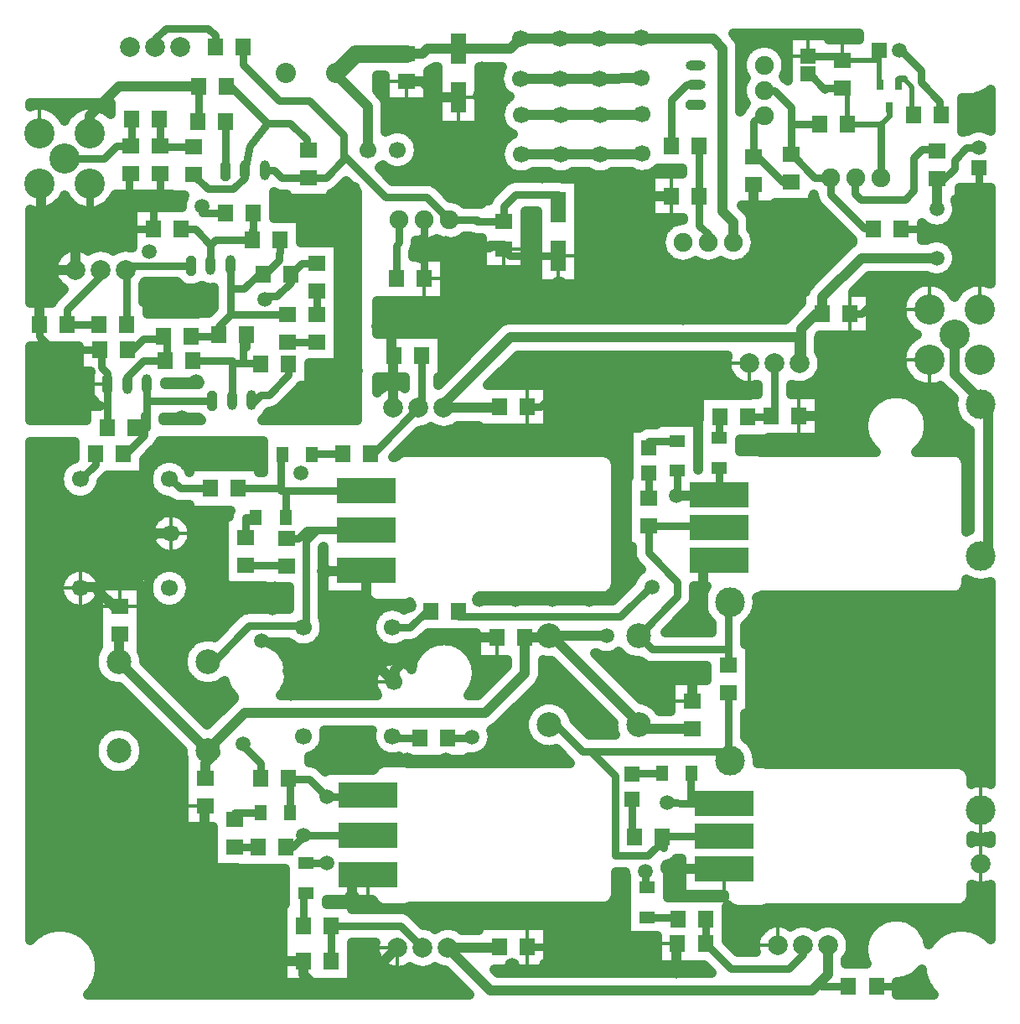
<source format=gbr>
G04 DipTrace 3.3.1.1*
G04 Top.gbr*
%MOIN*%
G04 #@! TF.FileFunction,Copper,L1,Top*
G04 #@! TF.Part,Single*
%AMOUTLINE0*
4,1,8,
-0.019685,-0.029528,
-0.009843,-0.03937,
0.009843,-0.03937,
0.019685,-0.029528,
0.019685,0.029528,
0.009843,0.03937,
-0.009843,0.03937,
-0.019685,0.029528,
-0.019685,-0.029528,
0*%
%AMOUTLINE3*
4,1,8,
0.029528,-0.019685,
0.03937,-0.009843,
0.03937,0.009843,
0.029528,0.019685,
-0.029528,0.019685,
-0.03937,0.009843,
-0.03937,-0.009843,
-0.029528,-0.019685,
0.029528,-0.019685,
0*%
G04 #@! TA.AperFunction,Conductor*
%ADD13C,0.03937*%
%ADD14C,0.029528*%
%ADD15C,0.07*%
%ADD16C,0.03*%
%ADD17C,0.02*%
%ADD18C,0.022*%
%ADD19C,0.025591*%
G04 #@! TA.AperFunction,CopperBalancing*
%ADD20C,0.04*%
%ADD21C,0.013*%
%ADD23R,0.070866X0.062992*%
%ADD24R,0.062992X0.070866*%
%ADD26R,0.062992X0.124016*%
G04 #@! TA.AperFunction,ComponentPad*
%ADD27C,0.12*%
%ADD28C,0.07874*%
%ADD29R,0.059055X0.059055*%
%ADD30C,0.059055*%
%ADD31C,0.08*%
%ADD33C,0.066929*%
%ADD34R,0.047244X0.062992*%
%ADD35R,0.062992X0.047244*%
G04 #@! TA.AperFunction,ComponentPad*
%ADD36C,0.11811*%
%ADD37R,0.23622X0.098425*%
G04 #@! TA.AperFunction,ComponentPad*
%ADD38C,0.098425*%
%ADD40O,0.03937X0.07874*%
%ADD42R,0.025591X0.041339*%
G04 #@! TA.AperFunction,ComponentPad*
%ADD43C,0.074803*%
%ADD44O,0.07874X0.03937*%
%ADD45C,0.07874*%
G04 #@! TA.AperFunction,ViaPad*
%ADD47C,0.059055*%
G04 #@! TA.AperFunction,ComponentPad*
%ADD102OUTLINE0*%
%ADD105OUTLINE3*%
%FSLAX26Y26*%
G04*
G70*
G90*
G75*
G01*
G04 Top*
%LPD*%
X2517140Y1879685D2*
D13*
X2509205Y1871749D1*
X2420647D1*
X1159665Y1422404D2*
X805335Y1776735D1*
Y1887094D1*
X810361D1*
X2744567Y1879685D2*
X2526219D1*
X2517140D1*
X2716835Y4094787D2*
X2559354D1*
X1159665Y1422404D2*
Y1413148D1*
X1188865D1*
X1148274Y1372558D1*
Y1311770D1*
X2420647Y1871749D2*
Y1730941D1*
X2262987Y1573281D1*
X1305958D1*
X1159665Y1426988D1*
Y1422404D1*
X2871471Y1525354D2*
Y1534433D1*
X2526219Y1879685D1*
X2871471Y1525354D2*
X2887331Y1509495D1*
X3087227D1*
X2559354Y4094787D2*
X2401874D1*
X2716835D2*
X2883307Y4097462D1*
X2720150Y3792996D2*
X2562669D1*
X2405189D1*
X2720150D2*
X2886622D1*
Y3795671D1*
X2552525Y3582123D2*
D14*
Y3633159D1*
X2383970D1*
X2336211Y3585400D1*
Y3527260D1*
X1333819Y2814846D2*
Y2801056D1*
X1369622Y2836860D1*
X1401198D1*
X1479239Y2914900D1*
Y2959493D1*
X1385735Y3217331D2*
Y3229755D1*
X1434024D1*
X1488291Y3284022D1*
Y3316819D1*
X1559677Y3700592D2*
X1452646D1*
X1422007Y3731232D1*
Y3728264D1*
X1385303D1*
X2119201Y3531524D2*
X2029217Y3621508D1*
X1866671D1*
X1699997Y3788181D1*
Y3771633D1*
X1628957Y3700592D1*
X1559677D1*
X2336211Y3527260D2*
X2230253D1*
Y3531524D1*
X2119201D1*
X1488291Y3316819D2*
X1532184Y3360711D1*
X1591259D1*
X1298335Y4219588D2*
Y4150853D1*
X1442455Y4006731D1*
X1562135D1*
X1699997Y3868869D1*
Y3788181D1*
X2716835Y4252268D2*
D13*
X3168458D1*
X3205999Y4214727D1*
Y3567711D1*
X3249164Y3524546D1*
Y3442850D1*
X2716835Y4252268D2*
X2559354D1*
X2156333Y4212270D2*
X2033062D1*
X2013375Y4192584D1*
X1948256D1*
X2559354Y4252268D2*
X2401874D1*
X2716835D2*
X2883307D1*
Y4254942D1*
X2720150Y3950476D2*
X2562669D1*
X2405189D1*
X2720150D2*
X2886622D1*
Y3953151D1*
X2156333Y4212270D2*
X2361877D1*
X2401874Y4252268D1*
X1667971Y4115406D2*
D15*
X1745150Y4192584D1*
X1948256D1*
X1667971Y4115406D2*
D13*
X1661797D1*
X1795345Y3981858D1*
Y3811322D1*
X2096996Y2785197D2*
Y2799644D1*
X2362791Y3065440D1*
X3512546D1*
Y2962436D1*
X2113693Y638765D2*
X2283849Y468609D1*
X3562455D1*
X3600913Y507067D1*
X3626304Y532458D1*
Y648332D1*
X2113693Y638765D2*
X2318870D1*
Y641610D1*
X2096996Y2785197D2*
X2318711D1*
Y2788990D1*
X3707400Y488035D2*
D14*
X3600913D1*
Y507067D1*
X3602601Y3159388D2*
X3577858D1*
D13*
X3518845Y3100375D1*
Y2962436D1*
X3512546D1*
X4225362Y3818787D2*
D16*
X4175394D1*
X4128028Y3771421D1*
Y3737850D1*
X4060869Y3670692D1*
Y3697243D1*
X3602601Y3159388D2*
D13*
Y3225109D1*
X3758919Y3381427D1*
X4058430D1*
Y3575068D2*
X4060869D1*
Y3697243D1*
X1732644Y841255D2*
Y915902D1*
X1752999Y936256D1*
X1796933D1*
Y930512D1*
X1913693Y638765D2*
X1760651Y485723D1*
X1586218D1*
X1540364Y531577D1*
Y586604D1*
X2310411Y1871749D2*
X2214058D1*
X2206568Y1864260D1*
X2171251D1*
X2023357D1*
X1902774Y1743677D1*
Y1701307D1*
X1899297Y1697829D1*
X3211829Y951563D2*
X3002147D1*
Y949896D1*
X1011694Y2286073D2*
X951957D1*
X723885Y2058001D1*
X784555Y1997331D1*
X810361D1*
X3191066Y2178549D2*
X3127664D1*
Y1909798D1*
X3087227Y1619731D2*
Y1733093D1*
X3091282D1*
X1896996Y2785197D2*
Y2992425D1*
X1897937D1*
X3630667Y2749605D2*
Y2753585D1*
X3510415D1*
X1540364Y586604D2*
X1411178D1*
X1146314D1*
Y977421D2*
Y1201534D1*
X1148274D1*
X723885Y2058001D2*
Y2071550D1*
X646461D1*
X651820Y2068614D1*
X1790343Y2140953D2*
Y2136286D1*
X1624054D1*
X1899297Y1697829D2*
X1790343Y1806783D1*
Y1841085D1*
Y2140953D1*
X2156333Y4019357D2*
X2076366D1*
X2013375Y4082348D1*
X1948256D1*
X488432Y3116119D2*
D14*
Y3070895D1*
X542391Y3016936D1*
X729310D1*
X689234Y3678016D2*
Y3577308D1*
X771028Y3495514D1*
X941600D1*
X760490Y2878928D2*
X760335Y2705429D1*
X729310Y3016936D2*
X736908D1*
Y2945168D1*
X760490Y2921586D1*
Y2878928D1*
X2019201Y3531524D2*
Y3452723D1*
X2054900Y3417024D1*
X2018238D1*
Y3298173D1*
X2336211Y3417024D2*
Y3434886D1*
X2278245D1*
Y3421196D1*
X2104892D1*
X2022409D1*
X2018238Y3417024D1*
X2552525Y3389210D2*
X2359756D1*
X2337987Y3410979D1*
Y3417024D1*
X2336211D1*
X1897937Y2992425D2*
D13*
X1890063D1*
Y3075293D1*
X1925597Y3110827D1*
X2037646D1*
X2164378D1*
X2224121Y3170570D1*
X2639172D1*
X2676063Y3207461D1*
X2826892Y3358290D1*
X2857549Y3327634D1*
X3292470D1*
X3350534Y3385698D1*
Y3548848D1*
X3330463D1*
Y3673525D1*
X2826892Y3358290D2*
X2856794D1*
Y3558929D1*
X2925685Y3627820D1*
X3003778D1*
X488432Y3116119D2*
X490827D1*
Y3334261D1*
X497391D1*
Y3678016D1*
X489234D1*
X3024196Y545190D2*
Y655677D1*
X3027549D1*
X3411976Y3175697D2*
Y3165150D1*
X3201693D1*
X3155963D1*
Y3171193D1*
X3050684D1*
X2676063D1*
Y3207461D1*
X2017638Y1864525D2*
X2023357Y1864260D1*
X2188522Y1863241D2*
X2171251Y1864260D1*
X1787974Y1844909D2*
X1790343Y1841085D1*
X1411178Y586454D2*
Y586604D1*
X1772881Y481374D2*
X1760651Y485723D1*
X2037646Y3089450D2*
Y3110827D1*
X3050684Y3144117D2*
Y3171193D1*
X3218541Y3162138D2*
X3201693Y3165150D1*
X2002971Y3390046D2*
D14*
X2041724Y3417024D1*
X2054900D1*
X2106537Y3441007D2*
X2104892Y3421196D1*
X3353428Y3548848D2*
D13*
X3350534D1*
X1570471Y483860D2*
Y485723D1*
X1586218D1*
X2429106Y641610D2*
D14*
X2659677D1*
Y688359D1*
X2428948Y2788990D2*
X2481302D1*
X2533972Y2841660D1*
X632618Y3500999D2*
D13*
X633259D1*
Y3334261D1*
X497391D2*
X633259D1*
X3817636Y488035D2*
D14*
X3934009D1*
Y490051D1*
X3712837Y3159388D2*
X3759384D1*
X3853364Y3253369D1*
Y3264044D1*
X4225362Y3740047D2*
D16*
Y3633806D1*
X4088316Y3496760D1*
X3915803D1*
X3546568Y4184198D2*
X3684021D1*
Y4166919D1*
X3829497Y4207248D2*
D17*
Y4069672D1*
X3831437D1*
X3829497Y4212529D2*
Y4207248D1*
X3684021Y4166919D2*
X3829497D1*
Y4207248D1*
X970064Y3715726D2*
D14*
Y3625168D1*
X941600Y3596703D1*
Y3495514D1*
X851190Y3715722D2*
X846492D1*
Y3596703D1*
X941600D1*
X1118807Y3922202D2*
Y3949339D1*
X1121236Y3951768D1*
Y4063608D1*
D13*
X805388D1*
X728799Y3987018D1*
X689234Y3947453D1*
Y3878016D1*
X734283Y3981534D2*
X728799Y3987018D1*
X2008173Y2992425D2*
D14*
Y2796374D1*
X1996996Y2785197D1*
X1814504Y2602705D1*
X1806293D1*
X1549425Y975961D2*
X1632577D1*
Y1240398D2*
X1796933D1*
Y1245472D1*
X1632577Y1240398D2*
X1563623Y1309352D1*
X1480244D1*
Y1312820D1*
X1707319Y1245472D2*
X1796933D1*
X1480244Y1312820D2*
X1486365D1*
Y1177689D1*
X1649441Y726459D2*
X1925999D1*
X2013693Y638765D1*
X1650600Y586604D2*
X1649441D1*
Y726459D1*
X1447487Y3453525D2*
Y3403913D1*
X1442625Y3399051D1*
Y3374199D1*
X1385244Y3316819D1*
X1378055D1*
X1092453Y3071311D2*
X1202374D1*
Y3076371D1*
X1249245Y3351745D2*
X1249232Y3258954D1*
Y3157104D1*
X1475169D1*
X1249232Y3258954D2*
X1303472D1*
X1361337Y3316819D1*
X1378055D1*
X1202374Y3076371D2*
Y3110245D1*
X1249232Y3157104D1*
X1591526Y3047894D2*
Y3046867D1*
X1475169D1*
X1919201Y3531524D2*
Y3442457D1*
X1908001Y3431257D1*
Y3298173D1*
X1893753Y1913441D2*
X1963190D1*
X2027793Y1978043D1*
X2046479D1*
X598668Y3116119D2*
X726365D1*
Y3118003D1*
X733259Y3334261D2*
Y3310077D1*
X598668Y3175487D1*
Y3116119D1*
X1370008Y1312820D2*
Y1374825D1*
X1293602Y1451231D1*
X1299323D1*
X1006151Y2501685D2*
Y2507446D1*
X1048531Y2465066D1*
X1169873D1*
X838171Y2879365D2*
Y2908392D1*
X902732Y2972954D1*
X989471D1*
X996302D1*
Y3043752D1*
X979357Y3060697D1*
X902982D1*
X842810Y3000525D1*
Y3031167D1*
X839546Y3027903D1*
Y3016936D1*
X982217Y3071311D2*
X979357Y3060697D1*
X3002811Y3825076D2*
Y4008955D1*
X3062682Y4068827D1*
X3099390D1*
X3330463Y3783761D2*
X3344857D1*
X3446510Y3682108D1*
X3478896D1*
X3371810Y3947533D2*
X3354651D1*
X3330463Y3923346D1*
Y3783761D1*
X833259Y3334261D2*
X836601D1*
Y3118003D1*
X1092479Y3351307D2*
X833259D1*
Y3334261D1*
X3025442Y2653113D2*
X2913690D1*
Y2626022D1*
X651820Y2501685D2*
X711315Y2561180D1*
Y2603009D1*
X949836Y4220201D2*
Y4252529D1*
X991423Y4294114D1*
X1159705D1*
X1188098Y4265720D1*
Y4219588D1*
X3412546Y2962436D2*
Y2745714D1*
X3400178D1*
Y2753585D1*
X3306346Y2748516D2*
X3400178D1*
Y2753585D1*
X1266777Y1038635D2*
X1360703D1*
Y1038699D1*
X2856778Y1080387D2*
X2846501D1*
Y1228274D1*
X2965458Y1334285D2*
X2846501D1*
Y1328274D1*
X1308965Y2270009D2*
X1309202D1*
Y2349718D1*
X1349807D1*
X1308965Y2159773D2*
X1471665D1*
Y2154916D1*
X3684021Y4056682D2*
D17*
X3689610D1*
X3703802Y4042491D1*
Y3912617D1*
X3545965Y4112457D2*
D14*
X3552984D1*
X3614255Y4051186D1*
Y4056682D1*
X3684021D1*
X3703802Y3912617D2*
D18*
X3834667D1*
X3868839Y3946789D1*
Y3979121D1*
X3836810Y3700038D2*
D14*
X3834667Y3912617D1*
X3965685Y3951438D2*
D17*
X3960505D1*
Y4061402D1*
X3927685Y4094223D1*
D19*
X3911445D1*
X3906240Y4089017D1*
Y4069672D1*
X2156715Y1978043D2*
D14*
Y1954912D1*
X2797877D1*
X2924388Y2081424D1*
Y2073752D1*
X3021877Y2437493D2*
D13*
X3191066D1*
Y2440558D1*
X3193508Y2548127D2*
D14*
X3191066D1*
Y2440558D1*
X3021877Y2437493D2*
X3025442D1*
Y2535003D1*
X3908238Y4207248D2*
X3915344D1*
X3994961Y4127631D1*
Y4080163D1*
X4070357Y4004766D1*
Y3951438D1*
X4075921D1*
X2913690Y2526022D2*
X2911320D1*
Y2425474D1*
X1231472Y4063608D2*
X1248976D1*
X1394923Y3917661D1*
X1326291Y3825528D1*
X1306220Y3728264D1*
X1394923Y3917661D2*
X1487555D1*
X1551848Y3853369D1*
Y3810828D1*
X1559677D1*
X1306220Y3728264D2*
Y3701117D1*
X1260055Y3654951D1*
X1158160D1*
X1103199Y3709912D1*
Y3711991D1*
X1228544Y3727838D2*
Y3808437D1*
X1229043Y3808937D1*
Y3922202D1*
X1228924Y3559132D2*
X1135927D1*
Y3585332D1*
X1591526Y3158130D2*
X1591259D1*
Y3250475D1*
X1170167Y3351753D2*
Y3434411D1*
X1189281Y3453525D1*
X1337251D1*
X1170167Y3434342D2*
X1108995Y3495514D1*
X1051836D1*
X1337251Y3453525D2*
Y3492007D1*
X1339160Y3493916D1*
Y3559132D1*
X1280109Y2465066D2*
X1450412D1*
Y2455913D1*
X1467917D1*
X1790343D1*
X1455295Y2598541D2*
X1450412D1*
Y2465066D1*
X1467917Y2349718D2*
Y2455913D1*
X1539423Y1913441D2*
X1544604D1*
Y1919244D1*
X1323743D1*
X1181234Y1776735D1*
X1159665D1*
X1790343Y2298433D2*
X1591306D1*
X1549017Y2256144D1*
Y1903846D1*
X1539423Y1913441D1*
X1471665Y2265152D2*
X1518887D1*
X1552168Y2298433D1*
X1591306D1*
X1796933Y1087992D2*
X1574921D1*
X1574283Y1087354D1*
X1540822D1*
X1470940Y1038699D2*
X1494752D1*
X1540822Y1084769D1*
Y1087354D1*
X1254723Y2814820D2*
Y2962176D1*
X1300110D1*
Y3046927D1*
X1312610Y3059427D1*
Y3076371D1*
X1099707Y2972954D2*
X1254723D1*
Y2814820D1*
X1312610Y3076371D2*
Y3026133D1*
X1306446D1*
X1300110Y2962176D2*
X1369003D1*
Y2959493D1*
Y2963576D2*
Y2959493D1*
X1893753Y1480370D2*
X1899864Y1474260D1*
X2003192D1*
X917253Y2879365D2*
Y2756205D1*
X906104D1*
Y2676316D1*
X832797Y2603009D1*
X821551D1*
X917253Y2879365D2*
Y2814413D1*
X1177055D1*
X870571Y2705429D2*
X917253D1*
Y2879365D1*
X1103199Y3822227D2*
X984709D1*
X980974Y3825962D1*
X970064D1*
X964976Y3934490D2*
X970064D1*
Y3825962D1*
X2906987Y760211D2*
X3030621D1*
Y752024D1*
X1539205Y726459D2*
Y857850D1*
X1549425D1*
X1696056Y2602705D2*
X1573406D1*
Y2598541D1*
X2911320Y2315238D2*
X3191066D1*
Y2309552D1*
X2871471Y1879685D2*
X3026766Y2034980D1*
Y2094639D1*
X2911320Y2210085D1*
Y2315238D1*
X3228646Y1764079D2*
Y1826728D1*
X2924428D1*
X2871471Y1879685D1*
X3234341Y2013869D2*
X3228646Y2008173D1*
Y1764079D1*
X3211829Y1082568D2*
X2971098D1*
Y1034920D1*
X2967014Y1039004D1*
Y1080387D1*
X3234341Y1383948D2*
X3228646Y1389643D1*
Y1653843D1*
X3234341Y1383948D2*
Y1420051D1*
X2681071D1*
X2778886Y1322236D1*
Y1005459D1*
X2910290D1*
X2985218Y1080387D1*
X2967014D1*
X2681071Y1420051D2*
X2647957D1*
X2542654Y1525354D1*
X2517140D1*
X3196110Y2748516D2*
X3193508D1*
Y2666238D1*
X1266777Y1148871D2*
Y1177689D1*
X1368255D1*
X3211829Y1213572D2*
X3078854D1*
Y1334285D1*
X3083568D1*
X2984916Y1215542D2*
X3078854Y1213572D1*
X2210260Y1477927D2*
X2210954D1*
X2214621Y1474260D1*
X2113428D1*
X2899895Y944366D2*
Y878322D1*
X2906987D1*
X589234Y3778016D2*
X746944D1*
X794885Y3825958D1*
X851190D1*
X854740D1*
Y3934490D1*
X3137785Y655677D2*
Y657388D1*
X3140857Y660461D1*
Y752024D1*
X3137785Y657388D2*
X3239175Y555999D1*
X3469469D1*
X3526304Y612835D1*
Y648332D1*
X3149164Y3442850D2*
Y3475157D1*
X3114014Y3510307D1*
Y3627820D1*
Y3652007D1*
X3113047Y3652972D1*
Y3825076D1*
X3636810Y3700038D2*
Y3633644D1*
X3770167Y3500287D1*
X3805567D1*
Y3496760D1*
X3371808Y4047533D2*
X3410971D1*
X3478463Y3980041D1*
Y3912617D1*
Y3794991D1*
X3573416Y3700038D1*
X3636810D1*
X3478896Y3792344D2*
X3478463Y3794991D1*
X3593566Y3912617D2*
X3478463D1*
X3736810Y3700038D2*
Y3703371D1*
X3733205Y3706976D1*
Y3637514D1*
X3756364Y3614356D1*
X3931101D1*
X3966332Y3649587D1*
Y3779274D1*
X3999885Y3812827D1*
X4057878D1*
X4060869Y3815818D1*
Y3807479D1*
X4234042Y2197975D2*
D13*
X4261560D1*
Y2799563D1*
X4233661D1*
Y2815375D1*
X4128361Y2920676D1*
Y3076285D1*
D47*
X2744567Y1879685D3*
X4058430Y3381427D3*
Y3575068D3*
X3630667Y2749605D3*
X1146314Y586604D3*
Y977421D3*
X1624054Y2136286D3*
X3024196Y545190D3*
X1632577Y975961D3*
Y1240398D3*
D3*
X734283Y3981534D3*
X3439077Y4258202D3*
X2094000Y2632643D3*
X847470Y3494340D3*
X1573274Y3564285D3*
X1139293Y3177115D3*
X1112432Y2890958D3*
X1734934Y3538844D3*
X2294000Y2632643D3*
X3021877Y2437493D3*
X3537479Y1870814D3*
X4102752Y1841298D3*
X3537479Y1399864D3*
X4103864D3*
X1115605Y1918277D3*
X916522Y795896D3*
X2237831Y2022843D3*
X1057340Y2747341D3*
X1735703Y3403874D3*
X3792831Y3046255D3*
X3411976Y3175697D3*
X2384277Y2022843D3*
X916811Y1824054D3*
X2262636Y1734127D3*
X3641127Y2632041D3*
X776978Y936772D3*
X2774507Y568386D3*
X1741287Y3039783D3*
X2169399Y3024525D3*
X1634029Y2016461D3*
X1928072Y3953450D3*
X2177430Y3874176D3*
X2530723Y2022843D3*
X2770647Y3626542D3*
X2751786Y3460579D3*
X2555648Y3281496D3*
X2677169Y2022843D3*
X1941650Y3191955D3*
X3183618Y3263633D3*
X3335337Y3264883D3*
X4212171Y3343453D3*
X3471178Y3560154D3*
X4076062Y2794676D3*
X3810887Y2027797D3*
X3822951Y1399864D3*
X3537479Y1713829D3*
X4101808Y1607252D3*
X2505121Y568386D3*
X657434Y811752D3*
X640617Y1088381D3*
X1414659Y1989173D3*
X519660Y2066739D3*
Y2531008D3*
X522769Y2890600D3*
X519660Y1911983D3*
X1241903Y2070671D3*
X1994000Y2632643D3*
X2594000D3*
X2754522Y2839719D3*
X1958685Y1998644D3*
X2494000Y2632643D3*
X2347652Y2937870D3*
X2533972Y2841660D3*
X2586391Y2976028D3*
X3092290Y2882136D3*
X2924388Y2073752D3*
X3125089Y2973621D3*
X3021047Y2970119D3*
X2921234Y2769551D3*
X3925785Y2857458D3*
X3622381Y3025276D3*
X3642378Y3437496D3*
X3853364Y3264044D3*
X3909167Y3044126D3*
X2255522Y1385585D3*
X3619438Y2889846D3*
X3359383Y2627664D3*
X2581231Y1646240D3*
X2702761Y1512352D3*
X3296205Y774080D3*
X4254155Y743884D3*
X3934009Y490051D3*
X3733047Y771168D3*
X3514626Y765343D3*
X1272423Y922346D3*
X1372110Y1861413D3*
X513096Y1232287D3*
X1204232Y1652033D3*
X1705465Y1366409D3*
X3537479Y1556846D3*
X985227Y1396045D3*
X2341556Y1529063D3*
X2104853Y1385585D3*
X2176430Y782470D3*
X2314765D3*
X2453098D3*
X2591432D3*
X2729765D3*
X2909201Y568386D3*
X2659677Y688359D3*
X2370428Y568386D3*
X2639814D3*
X3537479Y2027797D3*
X4095627D3*
X3797126Y1874476D3*
X3800054Y1558303D3*
X3329696Y1694014D3*
Y1910980D3*
Y1477050D3*
X2017638Y1864525D3*
X2188522Y1863241D3*
X1486219Y1838173D3*
X1489398Y1650728D3*
X1651702Y1676211D3*
X1797835Y1664563D3*
X1655301Y1848198D3*
X1787974Y1844909D3*
X2406192Y1385585D3*
X952790Y2583718D3*
X2556861Y1385585D3*
X1211285Y2579772D3*
X1573434Y2791029D3*
X822203Y2492804D3*
X665680Y2299146D3*
X519660Y2221496D3*
Y2376252D3*
X975182Y2396684D3*
X1175879Y2264846D3*
X1119331Y2073318D3*
X1425546Y2068026D3*
X1221600Y1951993D3*
X720287Y1293841D3*
X845890Y1177783D3*
X943312Y1050228D3*
X1059495Y935948D3*
X1269127Y702463D3*
X1411178Y586454D3*
X2124010Y478887D3*
X1772881Y481374D3*
X1370676Y480430D3*
X1529188Y2524853D3*
X1064944Y2581967D3*
X1339348Y2571833D3*
X1841686Y3197072D3*
X1839753Y3110071D3*
X2037646Y3089450D3*
X2087155Y3194293D3*
X2267717Y3106924D3*
X2511458Y3166412D3*
X3050684Y3144117D3*
X3218541Y3162138D3*
X2086810Y2898517D3*
X1746126Y2933501D3*
X942009Y3170394D3*
X927493Y3408001D3*
X2002971Y3390046D3*
X2001327Y3444294D3*
X2106537Y3441007D3*
X2127908Y3368675D3*
X2945940Y3241231D3*
X2238050Y3371962D3*
X2329008Y3283816D3*
X2442995Y3284361D3*
X1737073Y3657803D3*
X2672551Y3314449D3*
X632618Y3500999D3*
X2670769Y3527643D3*
X2362270Y3704031D3*
X2490076Y3705747D3*
X522086Y2758959D3*
X2174488Y3712651D3*
X4218896Y3960699D3*
X2007902Y3707320D3*
X2059600Y3841680D3*
X2879757Y3619185D3*
X2860340Y3459617D3*
X2760509Y2723211D3*
X2761913Y2976028D3*
X2906563Y2971433D3*
X2915344Y2879094D3*
X3087735Y2769402D3*
X2350013Y3871846D3*
X2241463Y4028051D3*
X2249407Y4133953D3*
X2058785Y4088944D3*
X3353428Y3548848D3*
X3505530Y3364946D3*
X2641332Y2840369D3*
X2394000Y2632643D3*
X2194000D3*
X3505724Y2629853D3*
X3780906Y2632041D3*
X1147505Y489252D3*
X1012322Y664648D3*
X1405469Y921535D3*
X4012728Y2635459D3*
X4121518Y2643402D3*
X3772333Y2833094D3*
X3383776Y2027797D3*
X3668516D3*
X3953257D3*
X3329696Y1802497D3*
Y1585533D3*
X3401581Y1399864D3*
X3682495D3*
X3963407D3*
X1411140Y705836D3*
X1570471Y483860D3*
X1959463Y480430D3*
X539560Y953626D3*
X519660Y1757227D3*
X1954184Y1385585D3*
X515283Y1587748D3*
X513096Y1417676D3*
X761438Y1589890D3*
X1487165Y1739627D3*
X1707257Y1480029D3*
X921602Y1961765D3*
X1385735Y3217331D3*
X1732644Y841255D3*
X3002147Y949896D3*
X3127664Y1909798D3*
X3091282Y1733093D3*
X1299323Y1451231D3*
X1135927Y3585332D3*
X1540822Y1087354D3*
X2984916Y1215542D3*
X2210260Y1477927D3*
X2899895Y944366D3*
X2912295Y1706302D3*
X4261802Y1065598D3*
X572899Y3956178D2*
D20*
X605592D1*
X1652690Y3637228D2*
X1747965D1*
X570351Y3597360D2*
X608104D1*
X770370D2*
X1051704D1*
X1426261D2*
X1747965D1*
X457388Y3557491D2*
X854520D1*
X1426261D2*
X1747965D1*
X457388Y3517622D2*
X854520D1*
X1534595D2*
X1747965D1*
X457388Y3477753D2*
X854520D1*
X1534595D2*
X1747965D1*
X457388Y3437885D2*
X854520D1*
X1682295D2*
X1747965D1*
X457388Y3398016D2*
X564361D1*
X1682295D2*
X1747965D1*
X457388Y3358147D2*
X541467D1*
X1682295D2*
X1747965D1*
X457388Y3318278D2*
X539709D1*
X1682295D2*
X1747965D1*
X457388Y3278409D2*
X557435D1*
X909062D2*
X1039216D1*
X1682295D2*
X1747965D1*
X457388Y3238541D2*
X563859D1*
X906981D2*
X1178878D1*
X1682546D2*
X1747965D1*
X923703Y3198672D2*
X1178878D1*
X1682546D2*
X1747965D1*
X923703Y3158803D2*
X1115291D1*
X1682546D2*
X1747965D1*
X1682546Y3118934D2*
X1747965D1*
X1682546Y3079066D2*
X1747965D1*
X1682546Y3039197D2*
X1747965D1*
X457388Y2999328D2*
X642230D1*
X1682546D2*
X1747965D1*
X457388Y2959459D2*
X642230D1*
X1566317D2*
X1747965D1*
X457388Y2919591D2*
X686403D1*
X1566317D2*
X1747965D1*
X457388Y2879722D2*
X685219D1*
X1566317D2*
X1747965D1*
X457388Y2839853D2*
X686080D1*
X1502048D2*
X1747965D1*
X457388Y2799984D2*
X713532D1*
X1462181D2*
X1747965D1*
X457388Y2760115D2*
X673234D1*
X1399886D2*
X1747965D1*
X1067473Y3628895D2*
X1016166D1*
Y3632663D1*
X791192Y3632626D1*
X786613Y3623501D1*
X780762Y3614163D1*
X774019Y3605448D1*
X766449Y3597441D1*
X758127Y3590219D1*
X749132Y3583853D1*
X739554Y3578405D1*
X729486Y3573928D1*
X719024Y3570465D1*
X708273Y3568052D1*
X697336Y3566710D1*
X686320Y3566454D1*
X675332Y3567285D1*
X664480Y3569196D1*
X653869Y3572167D1*
X643603Y3576171D1*
X633781Y3581167D1*
X624501Y3587108D1*
X615851Y3593935D1*
X607917Y3601582D1*
X600776Y3609973D1*
X594497Y3619029D1*
X589235Y3628473D1*
X584765Y3620325D1*
X578610Y3611185D1*
X571584Y3602696D1*
X563755Y3594942D1*
X555199Y3587998D1*
X546000Y3581932D1*
X536248Y3576802D1*
X526037Y3572659D1*
X515468Y3569543D1*
X504643Y3567485D1*
X493667Y3566504D1*
X482649Y3566610D1*
X471694Y3567803D1*
X460911Y3570070D1*
X453373Y3572337D1*
X453370Y3203163D1*
X538359Y3203152D1*
X542083Y3210162D1*
X548204Y3218587D1*
X564733Y3235405D1*
X585723Y3256699D1*
X578146Y3261886D1*
X571131Y3267811D1*
X564748Y3274412D1*
X559064Y3281624D1*
X554135Y3289372D1*
X550013Y3297577D1*
X546739Y3306156D1*
X544346Y3315021D1*
X542860Y3324082D1*
X542294Y3333247D1*
X542655Y3342422D1*
X543940Y3351515D1*
X546134Y3360431D1*
X549216Y3369081D1*
X553154Y3377376D1*
X557909Y3385232D1*
X563431Y3392568D1*
X569665Y3399310D1*
X576546Y3405390D1*
X584006Y3410745D1*
X591967Y3415320D1*
X600349Y3419070D1*
X609066Y3421955D1*
X618030Y3423948D1*
X627149Y3425026D1*
X636330Y3425179D1*
X645480Y3424407D1*
X654505Y3422715D1*
X663314Y3420123D1*
X671817Y3416655D1*
X679927Y3412349D1*
X683251Y3410261D1*
X691959Y3415316D1*
X698446Y3418307D1*
X705147Y3420779D1*
X712022Y3422718D1*
X719028Y3424111D1*
X726121Y3424951D1*
X733259Y3425231D1*
X740396Y3424951D1*
X747489Y3424111D1*
X754495Y3422718D1*
X761370Y3420779D1*
X768071Y3418307D1*
X774558Y3415316D1*
X783180Y3410229D1*
X791959Y3415316D1*
X798446Y3418307D1*
X805147Y3420779D1*
X812022Y3422718D1*
X819028Y3424111D1*
X826121Y3424951D1*
X833259Y3425231D1*
X840396Y3424951D1*
X847489Y3424111D1*
X858496Y3421589D1*
X858504Y3582547D1*
X1054826D1*
X1055049Y3591697D1*
X1055798Y3598023D1*
X1057041Y3604271D1*
X1058770Y3610402D1*
X1060974Y3616378D1*
X1063641Y3622163D1*
X1067542Y3628900D1*
X1422256Y3641608D2*
Y3540558D1*
X1530583D1*
Y3443778D1*
X1678292Y3443807D1*
Y3241241D1*
X1678559Y3241226D1*
Y2964798D1*
X1562330D1*
X1562335Y2872460D1*
X1530290D1*
X1519669Y2861478D1*
X1444298Y2786396D1*
X1435873Y2780275D1*
X1426595Y2775547D1*
X1416691Y2772329D1*
X1406405Y2770700D1*
X1401178Y2770496D1*
X1397339Y2762806D1*
X1391494Y2753269D1*
X1384229Y2744763D1*
X1375723Y2737498D1*
X1374724Y2736830D1*
X1751935Y2736835D1*
X1751953Y3642375D1*
X1708277Y3686049D1*
X1672057Y3650128D1*
X1663632Y3644007D1*
X1654353Y3639280D1*
X1649445Y3637471D1*
X1646710Y3627520D1*
Y3617496D1*
X1472644D1*
Y3634254D1*
X1447437Y3634433D1*
X1437152Y3636062D1*
X1427248Y3639280D1*
X1422498Y3641472D1*
X902963Y3205036D2*
X919697D1*
Y3158350D1*
X1119270Y3158344D1*
X1119278Y3163404D1*
X1161657D1*
X1182868Y3184663D1*
X1182869Y3258974D1*
X1181318Y3261661D1*
X1170167Y3260783D1*
X1159016Y3261661D1*
X1148139Y3264272D1*
X1137804Y3268553D1*
X1133588Y3270914D1*
X1129289Y3267954D1*
X1122075Y3264278D1*
X1114374Y3261776D1*
X1106377Y3260509D1*
X1082643Y3260350D1*
X1074571Y3260985D1*
X1066698Y3262875D1*
X1059217Y3265974D1*
X1052314Y3270205D1*
X1046146Y3275475D1*
X1036675Y3284944D1*
X909721Y3284943D1*
X902968Y3275860D1*
X902965Y3205042D1*
X646203Y3029086D2*
X453376D1*
X453370Y2736812D1*
X677203Y2736835D1*
X677239Y2792462D1*
X729265Y2792597D1*
X722815Y2796107D1*
X716930Y2800498D1*
X704318Y2812914D1*
X699508Y2818462D1*
X695535Y2824637D1*
X692478Y2831313D1*
X690400Y2838356D1*
X689343Y2845623D1*
X689205Y2862261D1*
X689313Y2911808D1*
X690311Y2919082D1*
X692330Y2926142D1*
X693715Y2929553D1*
X692983Y2929902D1*
X646214D1*
Y3029079D1*
X589237Y3927560D2*
X593866Y3935978D1*
X600047Y3945100D1*
X607098Y3953569D1*
X614949Y3961300D1*
X623524Y3968220D1*
X632740Y3974261D1*
X642507Y3979363D1*
X652729Y3983477D1*
X663308Y3986563D1*
X674139Y3988590D1*
X685117Y3989540D1*
X696135Y3989402D1*
X707086Y3988179D1*
X717863Y3985881D1*
X728361Y3982532D1*
X738477Y3978164D1*
X748113Y3972819D1*
X757176Y3966551D1*
X765576Y3959419D1*
X771646Y3953262D1*
X771644Y3996053D1*
X453388Y3996047D1*
X453370Y3983716D1*
X463308Y3986563D1*
X474139Y3988590D1*
X485117Y3989540D1*
X496135Y3989402D1*
X507086Y3988179D1*
X517863Y3985881D1*
X528361Y3982532D1*
X538477Y3978164D1*
X548113Y3972819D1*
X557176Y3966551D1*
X565576Y3959419D1*
X573231Y3951493D1*
X580068Y3942852D1*
X586019Y3933578D1*
X589231Y3927557D1*
X1128692Y2740602D2*
X1121249Y2748045D1*
X983603Y2748049D1*
X983617Y2736869D1*
X1132573Y2736835D1*
X1128751Y2740544D1*
X1121234Y2880781D2*
X1126370Y2885918D1*
X988562Y2885921D1*
X990744Y2880777D1*
X1121255D1*
X488432Y3203116D2*
D21*
Y3029122D1*
X689234Y3989580D2*
Y3878016D1*
Y3678016D2*
Y3566452D1*
X489234Y3678016D2*
Y3566452D1*
Y3989580D2*
Y3878016D1*
X689170Y2878928D2*
X760490D1*
X970064Y3715726D2*
Y3632665D1*
X941600Y3582511D2*
Y3495514D1*
X858540D2*
X941600D1*
X633259Y3425195D2*
Y3334261D1*
X542324D2*
X633259D1*
X646250Y3016936D2*
X729310D1*
X851190Y3715722D2*
Y3632661D1*
X3279228Y4231769D2*
D20*
X3339085D1*
X3404536D2*
X3461450D1*
X2039286Y4112163D2*
X2069251D1*
X2243431D2*
X2314592D1*
X1835320Y4072294D2*
X1857212D1*
X2039286D2*
X2069251D1*
X2243431D2*
X2315848D1*
X2039286Y4032425D2*
X2069251D1*
X2243431D2*
X2340034D1*
X1869805Y3992556D2*
X2069251D1*
X2243431D2*
X2327259D1*
X4163020D2*
X4267589D1*
X1870630Y3952688D2*
X2069251D1*
X2243431D2*
X2316171D1*
X4163020D2*
X4267589D1*
X1870630Y3912819D2*
X2069251D1*
X2243431D2*
X2324926D1*
X4163020D2*
X4267589D1*
X1976094Y3872950D2*
X2366193D1*
X1999706Y3833081D2*
X2326146D1*
X2000567Y3793213D2*
X2316135D1*
X1979718Y3753344D2*
X2325931D1*
X1872568Y3713475D2*
X2370966D1*
X2439395D2*
X2528461D1*
X2596890D2*
X2685957D1*
X2754350D2*
X2860713D1*
X2074309Y3673606D2*
X2326577D1*
X2639628D2*
X2916692D1*
X2114822Y3633738D2*
X2286710D1*
X2639628D2*
X2916692D1*
X4151896D2*
X4267589D1*
X2639628Y3593869D2*
X2916692D1*
X3421509D2*
X3579689D1*
X4141346D2*
X4267589D1*
X2427230Y3554000D2*
X2465413D1*
X2639628D2*
X2916692D1*
X3318091D2*
X3618587D1*
X4140772D2*
X4267589D1*
X2427230Y3514131D2*
X2465413D1*
X2639628D2*
X2991870D1*
X3324442D2*
X3658454D1*
X4115976D2*
X4267589D1*
X2427230Y3474262D2*
X2465413D1*
X2639628D2*
X2961907D1*
X3336428D2*
X3698322D1*
X4002905D2*
X4267589D1*
X1989084Y3434394D2*
X2245192D1*
X2427230D2*
X2465413D1*
X2639628D2*
X2956560D1*
X3341774D2*
X3707221D1*
X4123870D2*
X4267589D1*
X1978355Y3394525D2*
X2245192D1*
X2427230D2*
X2465413D1*
X2639628D2*
X2970411D1*
X3327887D2*
X3667210D1*
X4142494D2*
X4267589D1*
X2105349Y3354656D2*
X2245192D1*
X2427230D2*
X2465413D1*
X2639628D2*
X3033208D1*
X3065107D2*
X3133218D1*
X3165116D2*
X3233191D1*
X3265126D2*
X3627343D1*
X4139013D2*
X4267589D1*
X2105349Y3314787D2*
X2465413D1*
X2639628D2*
X3587476D1*
X4108691D2*
X4267589D1*
X2105349Y3274919D2*
X3547608D1*
X3757206D2*
X3972154D1*
X4084577D2*
X4172137D1*
X2105349Y3235050D2*
X3515492D1*
X3799944D2*
X3929488D1*
X1835320Y3195181D2*
X3508853D1*
X3799944D2*
X3914380D1*
X1835320Y3155312D2*
X3468986D1*
X3799944D2*
X3914739D1*
X1835320Y3115444D2*
X2307989D1*
X3799944D2*
X3930815D1*
X2095265Y3075575D2*
X2268122D1*
X3799944D2*
X3973410D1*
X2095265Y3035706D2*
X2228254D1*
X3594148D2*
X3929882D1*
X2095265Y2995837D2*
X2188387D1*
X3601145D2*
X3914488D1*
X2095265Y2955969D2*
X2148520D1*
X2358117D2*
X3217797D1*
X3607281D2*
X3914632D1*
X2318250Y2916100D2*
X3230248D1*
X3594830D2*
X3930385D1*
X1835320Y2876231D2*
X1937808D1*
X2278382D2*
X3279482D1*
X3545597D2*
X3974917D1*
X2516043Y2836362D2*
X3313069D1*
X3597521D2*
X3849035D1*
X3944413D2*
X4107868D1*
X2516043Y2796493D2*
X3109032D1*
X3597521D2*
X3792159D1*
X4001290D2*
X4119064D1*
X2516043Y2756625D2*
X3109032D1*
X3597521D2*
X3769695D1*
X4023753D2*
X4127676D1*
X2516043Y2716756D2*
X2890892D1*
X3597521D2*
X3762411D1*
X4031038D2*
X4156276D1*
X1986536Y2676887D2*
X2828561D1*
X3597521D2*
X3767650D1*
X4025799D2*
X4186275D1*
X457116Y2637018D2*
X624231D1*
X963586D2*
X1376077D1*
X1946669D2*
X2828561D1*
X3280592D2*
X3787243D1*
X4006206D2*
X4186275D1*
X457116Y2597150D2*
X624231D1*
X924795D2*
X1376077D1*
X2767986D2*
X2828561D1*
X4164096D2*
X4186275D1*
X457116Y2557281D2*
X583431D1*
X908647D2*
X937751D1*
X1074540D2*
X1376077D1*
X2785569D2*
X2828561D1*
X457116Y2517412D2*
X564233D1*
X2785569D2*
X2828561D1*
X457116Y2477543D2*
X566242D1*
X737372D2*
X920599D1*
X2785569D2*
X2820272D1*
X457116Y2437675D2*
X591792D1*
X711858D2*
X946112D1*
X2785569D2*
X2820272D1*
X457152Y2397806D2*
X1082759D1*
X2785569D2*
X2820272D1*
X457152Y2357937D2*
X962188D1*
X1061227D2*
X1239358D1*
X2785569D2*
X2820272D1*
X457152Y2318068D2*
X928888D1*
X1094527D2*
X1217935D1*
X2785569D2*
X2820272D1*
X457152Y2278199D2*
X923003D1*
X1100376D2*
X1217935D1*
X2785569D2*
X2820272D1*
X457152Y2238331D2*
X937285D1*
X1086094D2*
X1217935D1*
X2785569D2*
X2820272D1*
X457152Y2198462D2*
X1217935D1*
X2785569D2*
X2841982D1*
X457152Y2158593D2*
X1217935D1*
X2785569D2*
X2864947D1*
X457188Y2118724D2*
X579089D1*
X724561D2*
X933409D1*
X1078882D2*
X1217935D1*
X2785569D2*
X2852854D1*
X457188Y2078856D2*
X563372D1*
X1094599D2*
X1217935D1*
X2784959D2*
X2823968D1*
X4178163D2*
X4267589D1*
X457188Y2038987D2*
X568072D1*
X901398D2*
X922429D1*
X1089898D2*
X1478670D1*
X1619369D2*
X1784618D1*
X2750726D2*
X2784100D1*
X3097116D2*
X3122560D1*
X4132159D2*
X4267589D1*
X457188Y1999118D2*
X598753D1*
X901398D2*
X953110D1*
X1059217D2*
X1478670D1*
X1619369D2*
X1951013D1*
X3086602D2*
X3120658D1*
X3348018D2*
X4267589D1*
X457188Y1959249D2*
X719324D1*
X901398D2*
X1265912D1*
X1619369D2*
X1818062D1*
X3048888D2*
X3134115D1*
X3334562D2*
X4267589D1*
X457188Y1919381D2*
X719324D1*
X901398D2*
X1226009D1*
X1628269D2*
X1804893D1*
X3009020D2*
X3158265D1*
X3299000D2*
X4267589D1*
X457224Y1879512D2*
X719324D1*
X901398D2*
X1186142D1*
X1621415D2*
X1811747D1*
X2027121D2*
X2223302D1*
X3299000D2*
X4267589D1*
X457224Y1839643D2*
X719324D1*
X901398D2*
X1076874D1*
X1427891D2*
X1493131D1*
X1585746D2*
X1847451D1*
X1940066D2*
X2021382D1*
X2174569D2*
X2223302D1*
X3319670D2*
X4267589D1*
X457224Y1799774D2*
X703176D1*
X907463D2*
X1057533D1*
X1467113D2*
X1982986D1*
X2762568D2*
X2806026D1*
X3319670D2*
X4267589D1*
X457224Y1759906D2*
X701920D1*
X926984D2*
X1056277D1*
X1483691D2*
X1837153D1*
X2229149D2*
X2344806D1*
X2495948D2*
X2541200D1*
X2750798D2*
X3137595D1*
X3319670D2*
X4267589D1*
X457224Y1720037D2*
X717961D1*
X966851D2*
X1072317D1*
X1486634D2*
X1813182D1*
X2231805D2*
X2304939D1*
X2495087D2*
X2581068D1*
X2790665D2*
X3137595D1*
X3319670D2*
X4267589D1*
X457224Y1680168D2*
X772397D1*
X1006719D2*
X1126717D1*
X1192599D2*
X1228485D1*
X1476981D2*
X1812070D1*
X2221829D2*
X2265072D1*
X2474669D2*
X2620935D1*
X2830532D2*
X2996212D1*
X3319670D2*
X4267589D1*
X457224Y1640299D2*
X836953D1*
X1046586D2*
X1254573D1*
X2434802D2*
X2660802D1*
X2870400D2*
X2996212D1*
X3319670D2*
X4267589D1*
X457260Y1600430D2*
X876820D1*
X1086453D2*
X1228306D1*
X2394934D2*
X2445856D1*
X2588422D2*
X2700670D1*
X2942742D2*
X2996212D1*
X3319670D2*
X4267589D1*
X457260Y1560562D2*
X916687D1*
X1126321D2*
X1188438D1*
X2355067D2*
X2418692D1*
X2615622D2*
X2740537D1*
X3299000D2*
X4267589D1*
X457260Y1520693D2*
X778928D1*
X831747D2*
X956555D1*
X2315128D2*
X2412448D1*
X2645155D2*
X2766768D1*
X3299000D2*
X4267589D1*
X457260Y1480824D2*
X719181D1*
X891494D2*
X996422D1*
X1628484D2*
X1804677D1*
X2295320D2*
X2422711D1*
X3299000D2*
X4267589D1*
X457260Y1440955D2*
X702243D1*
X908432D2*
X1036289D1*
X1618795D2*
X1814366D1*
X2286456D2*
X2458021D1*
X3333198D2*
X4267589D1*
X457260Y1401087D2*
X702818D1*
X907858D2*
X1057138D1*
X1574263D2*
X1858934D1*
X2240273D2*
X2569082D1*
X3347659D2*
X4267589D1*
X457296Y1361218D2*
X721226D1*
X889449D2*
X1057246D1*
X1609035D2*
X1824306D1*
X4175113D2*
X4267589D1*
X457296Y1321349D2*
X1057246D1*
X4198617D2*
X4267589D1*
X457296Y1281480D2*
X1057246D1*
X457296Y1241612D2*
X1057246D1*
X457296Y1201743D2*
X1057246D1*
X457296Y1161874D2*
X1057246D1*
X457332Y1122005D2*
X1057246D1*
X457332Y1082136D2*
X1175735D1*
X457332Y1042268D2*
X1175735D1*
X457332Y1002399D2*
X1175735D1*
X457332Y962530D2*
X1175735D1*
X2982968D2*
X3038125D1*
X457332Y922661D2*
X1462342D1*
X2785426D2*
X2817724D1*
X2994092D2*
X3038125D1*
X457332Y882793D2*
X1462342D1*
X2785426D2*
X2819877D1*
X2994092D2*
X3038125D1*
X4198689D2*
X4267589D1*
X457368Y842924D2*
X1462342D1*
X2784636D2*
X2819877D1*
X2994092D2*
X3207677D1*
X4198545D2*
X4267589D1*
X457368Y803055D2*
X1452115D1*
X1736531D2*
X1835287D1*
X2746671D2*
X2819877D1*
X4173677D2*
X4267589D1*
X457368Y763186D2*
X1452115D1*
X1987110D2*
X2819877D1*
X3227950D2*
X3879788D1*
X3913661D2*
X4267589D1*
X457368Y723318D2*
X1452115D1*
X2051271D2*
X2076141D1*
X2151245D2*
X2231771D1*
X2516187D2*
X2819877D1*
X3227950D2*
X3370807D1*
X3681813D2*
X3798295D1*
X3995154D2*
X4267589D1*
X679670Y683449D2*
X1452115D1*
X2516187D2*
X2940448D1*
X3227950D2*
X3338403D1*
X3714216D2*
X3772351D1*
X4021098D2*
X4047654D1*
X712181Y643580D2*
X1452115D1*
X1737679D2*
X1818852D1*
X2516187D2*
X2940448D1*
X3249444D2*
X3331442D1*
X3721142D2*
X3762770D1*
X728293Y603711D2*
X1453264D1*
X1737679D2*
X1825741D1*
X2516187D2*
X2940448D1*
X3709587D2*
X3765820D1*
X733102Y563843D2*
X1453264D1*
X1737679D2*
X1858109D1*
X2516187D2*
X3133469D1*
X727647Y523974D2*
X1453264D1*
X1737679D2*
X2123688D1*
X3971398D2*
X3999785D1*
X710782Y484105D2*
X2163555D1*
X3904725D2*
X4016686D1*
X904647Y2580990D2*
Y2515976D1*
X759927D1*
X736394Y2492406D1*
X734534Y2481827D1*
X732721Y2475399D1*
X730410Y2469132D1*
X727613Y2463067D1*
X724350Y2457239D1*
X720639Y2451685D1*
X716504Y2446440D1*
X711970Y2441535D1*
X707065Y2437001D1*
X701820Y2432866D1*
X696266Y2429156D1*
X690439Y2425892D1*
X684373Y2423096D1*
X678107Y2420784D1*
X671678Y2418971D1*
X665127Y2417668D1*
X658494Y2416883D1*
X651820Y2416620D1*
X645146Y2416883D1*
X638513Y2417668D1*
X631962Y2418971D1*
X625534Y2420784D1*
X619267Y2423096D1*
X613202Y2425892D1*
X607374Y2429156D1*
X601821Y2432866D1*
X596575Y2437001D1*
X591670Y2441535D1*
X587137Y2446440D1*
X583002Y2451685D1*
X579291Y2457239D1*
X576027Y2463067D1*
X573231Y2469132D1*
X570919Y2475399D1*
X569106Y2481827D1*
X567803Y2488378D1*
X567018Y2495011D1*
X566756Y2501685D1*
X567018Y2508359D1*
X567803Y2514992D1*
X569106Y2521543D1*
X570919Y2527971D1*
X573231Y2534238D1*
X576027Y2540304D1*
X579291Y2546131D1*
X583002Y2551685D1*
X587137Y2556930D1*
X591670Y2561835D1*
X596575Y2566369D1*
X601821Y2570504D1*
X607374Y2574215D1*
X613202Y2577478D1*
X619267Y2580274D1*
X628221Y2583344D1*
X628219Y2649932D1*
X453082Y2648791D1*
X453377Y670241D1*
X462718Y679857D1*
X469576Y685967D1*
X476777Y691669D1*
X484298Y696942D1*
X492112Y701769D1*
X500194Y706134D1*
X508516Y710021D1*
X517050Y713418D1*
X525767Y716313D1*
X534637Y718696D1*
X543631Y720560D1*
X552718Y721898D1*
X561868Y722705D1*
X571049Y722979D1*
X580230Y722719D1*
X589381Y721925D1*
X598470Y720601D1*
X607467Y718750D1*
X616341Y716380D1*
X625062Y713498D1*
X633600Y710113D1*
X641928Y706238D1*
X650016Y701886D1*
X657838Y697070D1*
X665366Y691808D1*
X672576Y686117D1*
X679443Y680017D1*
X685943Y673528D1*
X692055Y666672D1*
X697758Y659472D1*
X703033Y651952D1*
X707862Y644139D1*
X712229Y636058D1*
X716118Y627738D1*
X719517Y619205D1*
X722415Y610488D1*
X724800Y601619D1*
X726666Y592625D1*
X728006Y583538D1*
X728816Y574389D1*
X729092Y565052D1*
X728825Y555871D1*
X728024Y546721D1*
X726693Y537633D1*
X724836Y528638D1*
X722459Y519766D1*
X719571Y511047D1*
X716180Y502510D1*
X712299Y494186D1*
X707940Y486100D1*
X703119Y478282D1*
X697851Y470758D1*
X692155Y463553D1*
X682777Y453417D1*
X2198230Y453410D1*
X2103249Y548396D1*
X2092456Y550309D1*
X2085582Y552247D1*
X2078880Y554720D1*
X2072393Y557710D1*
X2063772Y562797D1*
X2054992Y557710D1*
X2048506Y554720D1*
X2041804Y552247D1*
X2034929Y550309D1*
X2027924Y548915D1*
X2020830Y548075D1*
X2013693Y547795D1*
X2006555Y548075D1*
X1999462Y548915D1*
X1992456Y550309D1*
X1985582Y552247D1*
X1978880Y554720D1*
X1972393Y557710D1*
X1963772Y562797D1*
X1955716Y558083D1*
X1947369Y554258D1*
X1938678Y551293D1*
X1929732Y549220D1*
X1920624Y548059D1*
X1911444Y547823D1*
X1902288Y548513D1*
X1893247Y550122D1*
X1884416Y552635D1*
X1875882Y556025D1*
X1867733Y560259D1*
X1860053Y565292D1*
X1852920Y571073D1*
X1846405Y577545D1*
X1840576Y584640D1*
X1835492Y592287D1*
X1831205Y600407D1*
X1827759Y608918D1*
X1825187Y617733D1*
X1823518Y626763D1*
X1822768Y635914D1*
X1822943Y645095D1*
X1824044Y654211D1*
X1825262Y660092D1*
X1733695Y660095D1*
X1733696Y499570D1*
X1457268Y499571D1*
Y639426D1*
X1456109D1*
Y813492D1*
X1466336D1*
X1466329Y951658D1*
X1277608Y951666D1*
Y955506D1*
X1179744Y955539D1*
Y1118417D1*
X1061241Y1118438D1*
Y1394866D1*
X1062713D1*
X1060094Y1406634D1*
X1059164Y1414495D1*
X1058854Y1422435D1*
X805335Y1675922D1*
X797425Y1676233D1*
X789564Y1677163D1*
X781800Y1678708D1*
X774182Y1680856D1*
X766755Y1683596D1*
X759567Y1686910D1*
X752660Y1690778D1*
X746078Y1695176D1*
X739862Y1700076D1*
X734049Y1705450D1*
X728676Y1711262D1*
X723776Y1717479D1*
X719378Y1724060D1*
X715510Y1730967D1*
X712196Y1738156D1*
X709456Y1745582D1*
X707308Y1753201D1*
X705763Y1760964D1*
X704833Y1768825D1*
X704522Y1776735D1*
X704833Y1784645D1*
X705763Y1792505D1*
X707308Y1800269D1*
X709456Y1807888D1*
X712196Y1815314D1*
X715510Y1822503D1*
X719378Y1829409D1*
X723312Y1835297D1*
X723328Y2022540D1*
X718519Y2015820D1*
X712440Y2008939D1*
X705655Y2002752D1*
X698243Y1997334D1*
X690289Y1992745D1*
X681888Y1989041D1*
X673136Y1986264D1*
X664136Y1984446D1*
X654992Y1983609D1*
X645812Y1983762D1*
X636701Y1984904D1*
X627767Y1987021D1*
X619113Y1990089D1*
X610839Y1994072D1*
X603044Y1998923D1*
X595816Y2004586D1*
X589242Y2010996D1*
X583396Y2018076D1*
X578347Y2025746D1*
X574155Y2033914D1*
X570867Y2042488D1*
X568523Y2051365D1*
X567149Y2060444D1*
X566762Y2069617D1*
X567365Y2078779D1*
X568953Y2087823D1*
X571506Y2096643D1*
X574995Y2105136D1*
X579379Y2113204D1*
X584607Y2120752D1*
X590618Y2127693D1*
X597342Y2133945D1*
X604701Y2139436D1*
X612609Y2144102D1*
X620974Y2147889D1*
X629698Y2150752D1*
X638680Y2152658D1*
X647815Y2153584D1*
X656996Y2153521D1*
X666118Y2152469D1*
X675073Y2150439D1*
X683756Y2147456D1*
X692068Y2143555D1*
X699911Y2138780D1*
X707194Y2133188D1*
X713831Y2126843D1*
X719746Y2119821D1*
X724869Y2112201D1*
X729142Y2104074D1*
X732513Y2095533D1*
X734944Y2086679D1*
X736189Y2080427D1*
X897394D1*
Y1817790D1*
X901213Y1807888D1*
X903362Y1800269D1*
X904906Y1792505D1*
X905836Y1784645D1*
X906146Y1776704D1*
X1157361Y1525521D1*
X1255552Y1623687D1*
X1264076Y1630964D1*
X1263403Y1635528D1*
X1256940Y1642054D1*
X1250953Y1649019D1*
X1245472Y1656388D1*
X1240522Y1664125D1*
X1236130Y1672191D1*
X1232317Y1680547D1*
X1229102Y1689150D1*
X1225892Y1700726D1*
X1218922Y1695176D1*
X1212340Y1690778D1*
X1205433Y1686910D1*
X1198245Y1683596D1*
X1190818Y1680856D1*
X1183200Y1678708D1*
X1175436Y1677163D1*
X1167575Y1676233D1*
X1159665Y1675922D1*
X1151756Y1676233D1*
X1143895Y1677163D1*
X1136131Y1678708D1*
X1128513Y1680856D1*
X1121086Y1683596D1*
X1113897Y1686910D1*
X1106991Y1690778D1*
X1100409Y1695176D1*
X1094193Y1700076D1*
X1088380Y1705450D1*
X1083007Y1711262D1*
X1078106Y1717479D1*
X1073708Y1724060D1*
X1069841Y1730967D1*
X1066527Y1738156D1*
X1063787Y1745582D1*
X1061638Y1753201D1*
X1060094Y1760964D1*
X1059164Y1768825D1*
X1058853Y1776735D1*
X1059164Y1784645D1*
X1060094Y1792505D1*
X1061638Y1800269D1*
X1063787Y1807888D1*
X1066527Y1815314D1*
X1069841Y1822503D1*
X1073708Y1829409D1*
X1078106Y1835991D1*
X1083007Y1842207D1*
X1088380Y1848020D1*
X1094193Y1853393D1*
X1100409Y1858294D1*
X1106991Y1862692D1*
X1113897Y1866560D1*
X1121086Y1869874D1*
X1128513Y1872613D1*
X1136131Y1874762D1*
X1143895Y1876306D1*
X1151756Y1877237D1*
X1159665Y1877548D1*
X1167575Y1877237D1*
X1175436Y1876306D1*
X1184896Y1874284D1*
X1276816Y1966170D1*
X1284735Y1972934D1*
X1293614Y1978375D1*
X1303235Y1982360D1*
X1313361Y1984791D1*
X1323763Y1985607D1*
X1482674Y1985608D1*
X1482653Y2071820D1*
X1384633D1*
Y2076664D1*
X1221931Y2076677D1*
X1221932Y2353105D1*
X1242924D1*
X1243655Y2360099D1*
X1246086Y2370225D1*
X1247898Y2375133D1*
X1243783Y2378032D1*
X1086777D1*
Y2398738D1*
X1043325Y2398906D1*
X1033039Y2400535D1*
X1023135Y2403753D1*
X1013856Y2408481D1*
X1005417Y2414616D1*
X999477Y2416883D1*
X992844Y2417668D1*
X986293Y2418971D1*
X979865Y2420784D1*
X973598Y2423096D1*
X967532Y2425892D1*
X961705Y2429156D1*
X956151Y2432866D1*
X950906Y2437001D1*
X946001Y2441535D1*
X941467Y2446440D1*
X937332Y2451685D1*
X933621Y2457239D1*
X930358Y2463067D1*
X927562Y2469132D1*
X925250Y2475399D1*
X923437Y2481827D1*
X922134Y2488378D1*
X921349Y2495011D1*
X921086Y2501685D1*
X921349Y2508359D1*
X922134Y2514992D1*
X923437Y2521543D1*
X925250Y2527971D1*
X927562Y2534238D1*
X930358Y2540304D1*
X933621Y2546131D1*
X937332Y2551685D1*
X941467Y2556930D1*
X946001Y2561835D1*
X950906Y2566369D1*
X956151Y2570504D1*
X961705Y2574215D1*
X967532Y2577478D1*
X973598Y2580274D1*
X979865Y2582586D1*
X986293Y2584399D1*
X992844Y2585702D1*
X999477Y2586487D1*
X1006151Y2586750D1*
X1012825Y2586487D1*
X1019458Y2585702D1*
X1026009Y2584399D1*
X1032437Y2582586D1*
X1038704Y2580274D1*
X1044769Y2577478D1*
X1050597Y2574215D1*
X1056151Y2570504D1*
X1061396Y2566369D1*
X1066301Y2561835D1*
X1070835Y2556930D1*
X1074970Y2551685D1*
X1078680Y2546131D1*
X1081944Y2540304D1*
X1085779Y2531423D1*
X1086777Y2534200D1*
Y2552099D1*
X1363205D1*
Y2531465D1*
X1380046Y2531430D1*
X1380073Y2654711D1*
X967866Y2652078D1*
X965234Y2646188D1*
X959793Y2637309D1*
X956553Y2633201D1*
X953667Y2627108D1*
Y2618396D1*
X942005D1*
X904642Y2581002D1*
X1974363Y3385206D2*
X2101334D1*
Y3211140D1*
X1831305D1*
X1831376Y3079458D1*
X2091269D1*
Y2905392D1*
X2074511D1*
X2074537Y2877991D1*
X2312385Y3115846D1*
X2320891Y3123111D1*
X2330429Y3128955D1*
X2340763Y3133236D1*
X2351640Y3135847D1*
X2362791Y3136725D1*
X3457510D1*
X3461174Y3142276D1*
X3468455Y3150796D1*
X3519517Y3201859D1*
X3519505Y3246421D1*
X3534541D1*
X3536742Y3252389D1*
X3541820Y3262355D1*
X3548395Y3271405D1*
X3565186Y3288507D1*
X3712623Y3435632D1*
X3721691Y3442218D1*
X3722471Y3446472D1*
Y3454115D1*
X3586346Y3590544D1*
X3580225Y3598969D1*
X3575498Y3608248D1*
X3572280Y3618152D1*
X3570650Y3628438D1*
X3570447Y3633665D1*
X3568189Y3633881D1*
X3565930Y3627408D1*
Y3599011D1*
X3417477D1*
X3417497Y3590429D1*
X3284101D1*
X3303370Y3570842D1*
X3309945Y3561792D1*
X3315023Y3551826D1*
X3318480Y3541187D1*
X3320229Y3530139D1*
X3320449Y3506173D1*
Y3496162D1*
X3325050Y3489354D1*
X3328465Y3483256D1*
X3331391Y3476910D1*
X3333810Y3470353D1*
X3335706Y3463627D1*
X3337070Y3456773D1*
X3337891Y3449833D1*
X3338166Y3442850D1*
X3337891Y3435867D1*
X3337070Y3428927D1*
X3335706Y3422073D1*
X3333810Y3415347D1*
X3331391Y3408791D1*
X3328465Y3402445D1*
X3325050Y3396347D1*
X3321168Y3390537D1*
X3316841Y3385048D1*
X3312098Y3379917D1*
X3306966Y3375173D1*
X3301478Y3370847D1*
X3295667Y3366964D1*
X3289570Y3363549D1*
X3283223Y3360624D1*
X3276667Y3358205D1*
X3269941Y3356308D1*
X3263087Y3354945D1*
X3256147Y3354123D1*
X3249164Y3353849D1*
X3242181Y3354123D1*
X3235241Y3354945D1*
X3228387Y3356308D1*
X3221661Y3358205D1*
X3215105Y3360624D1*
X3208758Y3363549D1*
X3199233Y3369254D1*
X3189570Y3363549D1*
X3183223Y3360624D1*
X3176667Y3358205D1*
X3169941Y3356308D1*
X3163087Y3354945D1*
X3156147Y3354123D1*
X3149164Y3353849D1*
X3142181Y3354123D1*
X3135241Y3354945D1*
X3128387Y3356308D1*
X3121661Y3358205D1*
X3115105Y3360624D1*
X3108758Y3363549D1*
X3099233Y3369254D1*
X3089570Y3363549D1*
X3083223Y3360624D1*
X3076667Y3358205D1*
X3069941Y3356308D1*
X3063087Y3354945D1*
X3056147Y3354123D1*
X3049164Y3353849D1*
X3042181Y3354123D1*
X3035241Y3354945D1*
X3028387Y3356308D1*
X3021661Y3358205D1*
X3015105Y3360624D1*
X3008758Y3363549D1*
X3002661Y3366964D1*
X2996850Y3370847D1*
X2991362Y3375173D1*
X2986230Y3379917D1*
X2981487Y3385048D1*
X2977160Y3390537D1*
X2973278Y3396347D1*
X2969863Y3402445D1*
X2966937Y3408791D1*
X2964519Y3415347D1*
X2962622Y3422073D1*
X2961258Y3428927D1*
X2960437Y3435867D1*
X2960162Y3442850D1*
X2960437Y3449833D1*
X2961258Y3456773D1*
X2962622Y3463627D1*
X2964519Y3470353D1*
X2966937Y3476910D1*
X2969863Y3483256D1*
X2973278Y3489354D1*
X2977160Y3495164D1*
X2981487Y3500652D1*
X2986230Y3505784D1*
X2991362Y3510528D1*
X2996850Y3514854D1*
X3002661Y3518737D1*
X3008758Y3522151D1*
X3015105Y3525077D1*
X3021661Y3527496D1*
X3028387Y3529393D1*
X3035241Y3530756D1*
X3042181Y3531578D1*
X3047664Y3531793D1*
X3047651Y3540773D1*
X2920682Y3540787D1*
Y3714853D1*
X3046672D1*
X3046683Y3738054D1*
X2949224Y3738043D1*
X2941867Y3730987D1*
X2936622Y3726852D1*
X2931068Y3723141D1*
X2925241Y3719878D1*
X2919175Y3717081D1*
X2912908Y3714769D1*
X2906480Y3712956D1*
X2899929Y3711653D1*
X2893296Y3710868D1*
X2886622Y3710606D1*
X2879948Y3710868D1*
X2873315Y3711653D1*
X2866764Y3712956D1*
X2860336Y3714769D1*
X2854069Y3717081D1*
X2844748Y3721701D1*
X2766589Y3721711D1*
X2758768Y3717203D1*
X2752702Y3714407D1*
X2746436Y3712095D1*
X2740008Y3710282D1*
X2733457Y3708979D1*
X2726824Y3708194D1*
X2720150Y3707931D1*
X2713476Y3708194D1*
X2706843Y3708979D1*
X2700292Y3710282D1*
X2693863Y3712095D1*
X2687597Y3714407D1*
X2681531Y3717203D1*
X2673860Y3721699D1*
X2609088Y3721711D1*
X2601288Y3717203D1*
X2595222Y3714407D1*
X2588956Y3712095D1*
X2582527Y3710282D1*
X2575976Y3708979D1*
X2569343Y3708194D1*
X2562669Y3707931D1*
X2555995Y3708194D1*
X2549362Y3708979D1*
X2542811Y3710282D1*
X2536383Y3712095D1*
X2530116Y3714407D1*
X2524051Y3717203D1*
X2516379Y3721699D1*
X2451608Y3721711D1*
X2443807Y3717203D1*
X2437742Y3714407D1*
X2431475Y3712095D1*
X2425047Y3710282D1*
X2418496Y3708979D1*
X2411863Y3708194D1*
X2405189Y3707931D1*
X2398515Y3708194D1*
X2391882Y3708979D1*
X2385331Y3710282D1*
X2378903Y3712095D1*
X2372636Y3714407D1*
X2366570Y3717203D1*
X2360743Y3720467D1*
X2355189Y3724177D1*
X2349944Y3728312D1*
X2345039Y3732846D1*
X2340505Y3737751D1*
X2336370Y3742996D1*
X2332660Y3748550D1*
X2329396Y3754378D1*
X2326600Y3760443D1*
X2324288Y3766710D1*
X2322475Y3773138D1*
X2321172Y3779689D1*
X2320387Y3786322D1*
X2320124Y3792996D1*
X2320387Y3799670D1*
X2321172Y3806303D1*
X2322475Y3812854D1*
X2324288Y3819282D1*
X2326600Y3825549D1*
X2329396Y3831615D1*
X2332660Y3837442D1*
X2336370Y3842996D1*
X2340505Y3848241D1*
X2345039Y3853146D1*
X2349944Y3857680D1*
X2355189Y3861815D1*
X2360743Y3865526D1*
X2366570Y3868789D1*
X2373003Y3871721D1*
X2366570Y3874683D1*
X2360743Y3877947D1*
X2355189Y3881658D1*
X2349944Y3885793D1*
X2345039Y3890327D1*
X2340505Y3895231D1*
X2336370Y3900477D1*
X2332660Y3906030D1*
X2329396Y3911858D1*
X2326600Y3917924D1*
X2324288Y3924190D1*
X2322475Y3930618D1*
X2321172Y3937169D1*
X2320387Y3943802D1*
X2320124Y3950476D1*
X2320387Y3957150D1*
X2321172Y3963783D1*
X2322475Y3970334D1*
X2324288Y3976763D1*
X2326600Y3983029D1*
X2329396Y3989095D1*
X2332660Y3994922D1*
X2336370Y4000476D1*
X2340505Y4005721D1*
X2345039Y4010626D1*
X2349944Y4015160D1*
X2358595Y4021571D1*
X2351874Y4025969D1*
X2346629Y4030104D1*
X2341724Y4034638D1*
X2337190Y4039542D1*
X2333055Y4044788D1*
X2329345Y4050341D1*
X2326081Y4056169D1*
X2323285Y4062235D1*
X2320973Y4068501D1*
X2319160Y4074929D1*
X2317857Y4081480D1*
X2317072Y4088113D1*
X2316809Y4094787D1*
X2317072Y4101461D1*
X2317857Y4108094D1*
X2319160Y4114645D1*
X2320973Y4121074D1*
X2323285Y4127340D1*
X2326081Y4133406D1*
X2330519Y4140991D1*
X2239404Y4140985D1*
X2239430Y3905749D1*
X2073237D1*
Y4140970D1*
X2062568Y4140985D1*
X2055276Y4134913D1*
X2045738Y4129068D1*
X2035383Y4124782D1*
X2035289Y4097465D1*
Y3999252D1*
X1864473D1*
X1865753Y3993009D1*
X1866630Y3981858D1*
Y3882351D1*
X1874837Y3887115D1*
X1880903Y3889911D1*
X1887169Y3892223D1*
X1893597Y3894036D1*
X1900148Y3895339D1*
X1906781Y3896124D1*
X1913455Y3896386D1*
X1920129Y3896124D1*
X1926762Y3895339D1*
X1933313Y3894036D1*
X1939742Y3892223D1*
X1946008Y3889911D1*
X1952074Y3887115D1*
X1957901Y3883851D1*
X1963455Y3880140D1*
X1968700Y3876005D1*
X1973605Y3871471D1*
X1978139Y3866567D1*
X1982274Y3861321D1*
X1985985Y3855768D1*
X1989248Y3849940D1*
X1992045Y3843874D1*
X1994357Y3837608D1*
X1996170Y3831179D1*
X1997473Y3824629D1*
X1998258Y3817996D1*
X1998520Y3811322D1*
X1998258Y3804647D1*
X1997473Y3798014D1*
X1996170Y3791464D1*
X1994357Y3785035D1*
X1992045Y3778769D1*
X1989248Y3772703D1*
X1985985Y3766875D1*
X1982274Y3761322D1*
X1978139Y3756077D1*
X1973605Y3751172D1*
X1968700Y3746638D1*
X1963455Y3742503D1*
X1957901Y3738792D1*
X1952074Y3735528D1*
X1946008Y3732732D1*
X1939742Y3730420D1*
X1933313Y3728607D1*
X1926762Y3727304D1*
X1920129Y3726519D1*
X1913455Y3726257D1*
X1906781Y3726519D1*
X1900148Y3727304D1*
X1893597Y3728607D1*
X1887169Y3730420D1*
X1880903Y3732732D1*
X1874837Y3735528D1*
X1869009Y3738792D1*
X1863456Y3742503D1*
X1854436Y3750127D1*
X1845345Y3742503D1*
X1841852Y3740169D1*
X1894230Y3687872D1*
X2034423Y3687667D1*
X2044709Y3686038D1*
X2054613Y3682820D1*
X2063892Y3678092D1*
X2072316Y3671971D1*
X2089134Y3655443D1*
X2124176Y3620401D1*
X2133124Y3619429D1*
X2139978Y3618066D1*
X2146704Y3616169D1*
X2153260Y3613750D1*
X2159607Y3610825D1*
X2165704Y3607410D1*
X2171515Y3603527D1*
X2178426Y3597885D1*
X2235460Y3597683D1*
X2245765Y3596048D1*
X2249179Y3600331D1*
Y3610356D1*
X2274692D1*
X2279627Y3620075D1*
X2285748Y3628500D1*
X2302276Y3645318D1*
X2340870Y3683622D1*
X2349295Y3689743D1*
X2358573Y3694471D1*
X2368477Y3697689D1*
X2378763Y3699318D1*
X2402343Y3699523D1*
X2557732Y3699318D1*
X2568017Y3697689D1*
X2573052Y3696268D1*
X2579665Y3695731D1*
X2635621D1*
Y3275602D1*
X2469429D1*
Y3566802D1*
X2423234Y3566795D1*
X2423245Y3333927D1*
X2249179D1*
Y3460921D1*
X2225046Y3461101D1*
X2214761Y3462730D1*
X2209727Y3464151D1*
X2202694Y3465160D1*
X2178472D1*
X2171515Y3459520D1*
X2165704Y3455637D1*
X2159607Y3452223D1*
X2153260Y3449297D1*
X2146704Y3446878D1*
X2139978Y3444981D1*
X2133124Y3443618D1*
X2126184Y3442796D1*
X2119201Y3442522D1*
X2112218Y3442796D1*
X2105278Y3443618D1*
X2098424Y3444981D1*
X2091698Y3446878D1*
X2085141Y3449297D1*
X2078795Y3452223D1*
X2069270Y3457927D1*
X2061664Y3453305D1*
X2053379Y3449346D1*
X2044730Y3446262D1*
X2035809Y3444085D1*
X2026712Y3442840D1*
X2017534Y3442538D1*
X2008375Y3443183D1*
X1999330Y3444768D1*
X1990498Y3447277D1*
X1985559Y3449128D1*
X1985360Y3437250D1*
X1983731Y3426964D1*
X1980513Y3417060D1*
X1975774Y3407765D1*
X1974365Y3403698D1*
Y3385218D1*
X3627698Y4250015D2*
X3748369D1*
X3748370Y4271602D1*
X3249916Y4271615D1*
X3260204Y4261023D1*
X3266779Y4251973D1*
X3271858Y4242007D1*
X3275314Y4231368D1*
X3277064Y4220320D1*
X3277284Y4196354D1*
Y3963071D1*
X3283552Y3970287D1*
X3287163Y3975036D1*
X3289582Y3981592D1*
X3292507Y3987939D1*
X3298212Y3997463D1*
X3292507Y4007127D1*
X3289582Y4013473D1*
X3287163Y4020030D1*
X3285266Y4026756D1*
X3283903Y4033610D1*
X3283081Y4040550D1*
X3282807Y4047533D1*
X3283081Y4054516D1*
X3283903Y4061456D1*
X3285266Y4068310D1*
X3287163Y4075036D1*
X3289582Y4081592D1*
X3292507Y4087939D1*
X3298212Y4097463D1*
X3292507Y4107127D1*
X3289582Y4113473D1*
X3287163Y4120030D1*
X3285266Y4126756D1*
X3283903Y4133610D1*
X3283081Y4140550D1*
X3282807Y4147533D1*
X3283081Y4154516D1*
X3283903Y4161456D1*
X3285266Y4168310D1*
X3287163Y4175036D1*
X3289582Y4181592D1*
X3292507Y4187939D1*
X3295922Y4194036D1*
X3299805Y4199847D1*
X3304131Y4205335D1*
X3308875Y4210466D1*
X3314006Y4215210D1*
X3319495Y4219537D1*
X3325305Y4223419D1*
X3331403Y4226834D1*
X3337749Y4229760D1*
X3344305Y4232178D1*
X3351031Y4234075D1*
X3357885Y4235439D1*
X3364825Y4236260D1*
X3371808Y4236534D1*
X3378791Y4236260D1*
X3385731Y4235439D1*
X3392585Y4234075D1*
X3399311Y4232178D1*
X3405868Y4229760D1*
X3412214Y4226834D1*
X3418312Y4223419D1*
X3424122Y4219537D1*
X3429610Y4215210D1*
X3434742Y4210466D1*
X3439486Y4205335D1*
X3443812Y4199847D1*
X3447695Y4194036D1*
X3451109Y4187939D1*
X3454035Y4181592D1*
X3456454Y4175036D1*
X3458351Y4168310D1*
X3459714Y4161456D1*
X3460536Y4154516D1*
X3460810Y4147533D1*
X3460536Y4140550D1*
X3459714Y4133610D1*
X3458351Y4126756D1*
X3456454Y4120030D1*
X3454035Y4113473D1*
X3451109Y4107127D1*
X3448428Y4102340D1*
X3454071Y4097996D1*
X3464825Y4087532D1*
X3464837Y4193584D1*
X3465447D1*
X3465441Y4265326D1*
X3627696D1*
Y4250018D1*
X1941812Y2905392D2*
X1831317D1*
X1831323Y2848125D1*
X1837458Y2853977D1*
X1844695Y2859629D1*
X1852465Y2864522D1*
X1860689Y2868607D1*
X1869282Y2871843D1*
X1878158Y2874195D1*
X1887226Y2875641D1*
X1896394Y2876165D1*
X1905567Y2875762D1*
X1914654Y2874437D1*
X1923560Y2872202D1*
X1932196Y2869081D1*
X1940473Y2865105D1*
X1941808Y2864361D1*
X1941809Y2905426D1*
X1563340Y1398741D2*
Y1375703D1*
X1568830Y1375511D1*
X1579116Y1373882D1*
X1589020Y1370664D1*
X1598298Y1365936D1*
X1606723Y1359815D1*
X1623541Y1343287D1*
X1627220Y1339607D1*
X1627223Y1346285D1*
X1817086D1*
X1821479Y1353455D1*
X1827176Y1360126D1*
X1833847Y1365823D1*
X1841327Y1370407D1*
X1849432Y1373764D1*
X1857962Y1375812D1*
X1866724Y1376499D1*
X1940939Y1376328D1*
X1949620Y1374951D1*
X1953211Y1374213D1*
X2599952D1*
X2545538Y1428618D1*
X2532911Y1425783D1*
X2525050Y1424853D1*
X2517140Y1424542D1*
X2509231Y1424853D1*
X2501370Y1425783D1*
X2493606Y1427327D1*
X2485988Y1429476D1*
X2478561Y1432216D1*
X2471372Y1435530D1*
X2464466Y1439397D1*
X2457884Y1443795D1*
X2451668Y1448696D1*
X2445855Y1454069D1*
X2440482Y1459882D1*
X2435581Y1466098D1*
X2431184Y1472680D1*
X2427316Y1479586D1*
X2424002Y1486775D1*
X2421262Y1494202D1*
X2419113Y1501820D1*
X2417569Y1509584D1*
X2416639Y1517445D1*
X2416328Y1525354D1*
X2416639Y1533264D1*
X2417569Y1541125D1*
X2419113Y1548889D1*
X2421262Y1556507D1*
X2424002Y1563934D1*
X2427316Y1571122D1*
X2431184Y1578029D1*
X2435581Y1584610D1*
X2440482Y1590827D1*
X2445855Y1596640D1*
X2451668Y1602013D1*
X2457884Y1606913D1*
X2464466Y1611311D1*
X2471372Y1615179D1*
X2478561Y1618493D1*
X2485988Y1621233D1*
X2493606Y1623381D1*
X2501370Y1624926D1*
X2509231Y1625856D1*
X2517140Y1626167D1*
X2525050Y1625856D1*
X2532911Y1624926D1*
X2540675Y1623381D1*
X2548293Y1621233D1*
X2555720Y1618493D1*
X2562908Y1615179D1*
X2569815Y1611311D1*
X2576397Y1606913D1*
X2582613Y1602013D1*
X2588426Y1596640D1*
X2593799Y1590827D1*
X2598700Y1584610D1*
X2603097Y1578029D1*
X2606965Y1571122D1*
X2610279Y1563934D1*
X2613019Y1556507D1*
X2615717Y1546129D1*
X2675516Y1486415D1*
X2778496D1*
X2775593Y1494202D1*
X2773444Y1501820D1*
X2771900Y1509584D1*
X2770969Y1517445D1*
X2770659Y1525354D1*
X2771060Y1534032D1*
X2525839Y1779253D1*
X2517140Y1778872D1*
X2509231Y1779183D1*
X2501370Y1780114D1*
X2491910Y1782136D1*
X2491932Y1730941D1*
X2491054Y1719790D1*
X2488443Y1708913D1*
X2484162Y1698578D1*
X2478318Y1689041D1*
X2471053Y1680535D1*
X2309283Y1519075D1*
X2300233Y1512500D1*
X2290246Y1507414D1*
X2287417Y1502996D1*
X2289146Y1496865D1*
X2290389Y1490618D1*
X2291137Y1484292D1*
X2291387Y1477927D1*
X2291137Y1471561D1*
X2290389Y1465235D1*
X2289146Y1458988D1*
X2287417Y1452857D1*
X2285212Y1446880D1*
X2282545Y1441095D1*
X2279432Y1435537D1*
X2275893Y1430241D1*
X2271950Y1425238D1*
X2267626Y1420561D1*
X2262948Y1416237D1*
X2257945Y1412293D1*
X2252649Y1408754D1*
X2247091Y1405641D1*
X2241306Y1402974D1*
X2235330Y1400770D1*
X2229199Y1399041D1*
X2222951Y1397798D1*
X2216625Y1397049D1*
X2210260Y1396799D1*
X2203895Y1397049D1*
X2196519Y1398007D1*
X2196524Y1387226D1*
X1920096D1*
X1920040Y1399469D1*
X1913611Y1397656D1*
X1907060Y1396353D1*
X1900427Y1395568D1*
X1893753Y1395306D1*
X1887079Y1395568D1*
X1880446Y1396353D1*
X1873895Y1397656D1*
X1867467Y1399469D1*
X1861200Y1401781D1*
X1855135Y1404577D1*
X1849307Y1407841D1*
X1843754Y1411551D1*
X1838508Y1415686D1*
X1833604Y1420220D1*
X1829070Y1425125D1*
X1824935Y1430370D1*
X1821224Y1435924D1*
X1817960Y1441752D1*
X1815164Y1447817D1*
X1812852Y1454084D1*
X1811039Y1460512D1*
X1809736Y1467063D1*
X1808951Y1473696D1*
X1808689Y1480370D1*
X1808951Y1487044D1*
X1809736Y1493677D1*
X1811542Y1502011D1*
X1621701Y1501996D1*
X1623440Y1493677D1*
X1624225Y1487044D1*
X1624487Y1480370D1*
X1624225Y1473696D1*
X1623440Y1467063D1*
X1622137Y1460512D1*
X1620324Y1454084D1*
X1618012Y1447817D1*
X1615216Y1441752D1*
X1611952Y1435924D1*
X1608241Y1430370D1*
X1604106Y1425125D1*
X1599572Y1420220D1*
X1594668Y1415686D1*
X1589422Y1411551D1*
X1583869Y1407841D1*
X1578041Y1404577D1*
X1571975Y1401781D1*
X1563323Y1398796D1*
X2244961Y728643D2*
X2512202D1*
Y554577D1*
X2298728D1*
X2313374Y539896D1*
X3161397Y539894D1*
X3132696Y568625D1*
X2944453Y568644D1*
Y684988D1*
X2823891Y684989D1*
Y916027D1*
X2821009Y925427D1*
X2819766Y931675D1*
X2818974Y939120D1*
X2781430Y939095D1*
X2781272Y847849D1*
X2780045Y840099D1*
X2777621Y832637D1*
X2774059Y825647D1*
X2769447Y819299D1*
X2763899Y813751D1*
X2757551Y809140D1*
X2750561Y805578D1*
X2743099Y803153D1*
X2735349Y801926D1*
X2703867Y801772D1*
X1961531D1*
X1953828Y798602D1*
X1945298Y796554D1*
X1936552Y795866D1*
X1862321Y796038D1*
X1853656Y797411D1*
X1845313Y800122D1*
X1837497Y804104D1*
X1830400Y809261D1*
X1824196Y815464D1*
X1819040Y822561D1*
X1816888Y826407D1*
X1814150Y829699D1*
X1632526D1*
X1632522Y813470D1*
X1732537Y813492D1*
Y792859D1*
X1925999Y792823D1*
X1936380Y792006D1*
X1946506Y789575D1*
X1956127Y785590D1*
X1965006Y780149D1*
X1972925Y773386D1*
X2016644Y729666D1*
X2027924Y728615D1*
X2034929Y727222D1*
X2041804Y725283D1*
X2048506Y722810D1*
X2054992Y719820D1*
X2063614Y714733D1*
X2072393Y719820D1*
X2078880Y722810D1*
X2085582Y725283D1*
X2092456Y727222D1*
X2099462Y728615D1*
X2106555Y729455D1*
X2113693Y729735D1*
X2120830Y729455D1*
X2127924Y728615D1*
X2134929Y727222D1*
X2141804Y725283D1*
X2148506Y722810D1*
X2154992Y719820D1*
X2161225Y716330D1*
X2170078Y710064D1*
X2235807Y710050D1*
X2235774Y728643D1*
X2244961D1*
X2274191Y2876023D2*
X2512044D1*
Y2701956D1*
X2235615D1*
Y2713906D1*
X2153536Y2713912D1*
X2144528Y2707632D1*
X2138296Y2704142D1*
X2131809Y2701151D1*
X2125107Y2698679D1*
X2118233Y2696740D1*
X2111227Y2695347D1*
X2104133Y2694507D1*
X2096996Y2694227D1*
X2089859Y2694507D1*
X2082765Y2695347D1*
X2075760Y2696740D1*
X2068885Y2698679D1*
X2062183Y2701151D1*
X2055697Y2704142D1*
X2047075Y2709229D1*
X2038296Y2704142D1*
X2031809Y2701151D1*
X2025107Y2698679D1*
X2018233Y2696740D1*
X2011227Y2695347D1*
X1999979Y2694344D1*
X1894591Y2588869D1*
X1904028D1*
X1908827Y2594435D1*
X1914793Y2599531D1*
X1921483Y2603630D1*
X1928732Y2606633D1*
X1936361Y2608465D1*
X1944198Y2609080D1*
X2735507Y2608926D1*
X2743256Y2607699D1*
X2750718Y2605274D1*
X2757709Y2601712D1*
X2764056Y2597100D1*
X2769604Y2591553D1*
X2774216Y2585205D1*
X2777778Y2578214D1*
X2780203Y2570752D1*
X2781430Y2563003D1*
X2781584Y2531521D1*
X2781430Y2082716D1*
X2780203Y2074967D1*
X2777778Y2067505D1*
X2774216Y2060514D1*
X2769604Y2054167D1*
X2764056Y2048619D1*
X2757709Y2044007D1*
X2750718Y2040445D1*
X2743256Y2038021D1*
X2735507Y2036793D1*
X2704025Y2036639D1*
X2239791D1*
X2239811Y2021262D1*
X2770437Y2021326D1*
X2846889Y2097777D1*
X2849436Y2104798D1*
X2852103Y2110583D1*
X2855216Y2116141D1*
X2858755Y2121438D1*
X2862699Y2126440D1*
X2867023Y2131118D1*
X2871700Y2135442D1*
X2876703Y2139386D1*
X2883671Y2143861D1*
X2860857Y2166985D1*
X2854736Y2175410D1*
X2850008Y2184689D1*
X2846790Y2194593D1*
X2845161Y2204878D1*
X2844956Y2228458D1*
Y2232154D1*
X2824287Y2232141D1*
Y2508570D1*
X2832577D1*
X2832563Y2707150D1*
X2875157D1*
X2883562Y2712244D1*
X2893183Y2716229D1*
X2903309Y2718660D1*
X2913711Y2719476D1*
X2942362Y2719477D1*
X2942346Y2728335D1*
X3108538D1*
Y2541363D1*
X3110412Y2546396D1*
Y2741460D1*
X3113031D1*
X3113014Y2835549D1*
X3317088D1*
X3317083Y2840618D1*
X3346185D1*
X3346182Y2877947D1*
X3337531Y2874964D1*
X3328585Y2872891D1*
X3319477Y2871730D1*
X3310297Y2871493D1*
X3301141Y2872183D1*
X3292100Y2873793D1*
X3283269Y2876306D1*
X3274735Y2879696D1*
X3266586Y2883929D1*
X3258906Y2888962D1*
X3251773Y2894744D1*
X3245258Y2901215D1*
X3239429Y2908311D1*
X3234345Y2915957D1*
X3230058Y2924078D1*
X3226612Y2932589D1*
X3224041Y2941404D1*
X3222371Y2950433D1*
X3221621Y2959585D1*
X3221796Y2968766D1*
X3222897Y2977882D1*
X3224911Y2986841D1*
X3227285Y2994149D1*
X2392349Y2994154D1*
X2274174Y2876010D1*
X3697616Y575068D2*
X3780127Y575233D1*
X3776313Y583589D1*
X3773098Y592192D1*
X3770497Y601000D1*
X3768522Y609970D1*
X3767185Y619057D1*
X3766490Y628215D1*
X3766442Y637399D1*
X3767040Y646564D1*
X3768283Y655664D1*
X3770163Y664654D1*
X3772672Y673489D1*
X3775797Y682126D1*
X3779522Y690521D1*
X3783830Y698632D1*
X3788697Y706421D1*
X3794101Y713847D1*
X3800015Y720874D1*
X3806409Y727468D1*
X3813251Y733594D1*
X3820508Y739224D1*
X3828143Y744329D1*
X3836119Y748883D1*
X3844396Y752865D1*
X3852932Y756253D1*
X3861686Y759032D1*
X3870614Y761188D1*
X3879671Y762709D1*
X3888814Y763589D1*
X3897995Y763823D1*
X3907170Y763410D1*
X3916294Y762352D1*
X3925320Y760654D1*
X3934204Y758324D1*
X3942902Y755375D1*
X3951370Y751820D1*
X3959568Y747678D1*
X3967453Y742969D1*
X3974987Y737717D1*
X3982133Y731946D1*
X3988854Y725687D1*
X3995118Y718970D1*
X4000894Y711829D1*
X4006152Y704299D1*
X4010867Y696417D1*
X4015015Y688222D1*
X4018575Y679756D1*
X4021531Y671060D1*
X4023867Y662178D1*
X4025472Y653682D1*
X4035217Y666564D1*
X4041319Y673429D1*
X4047810Y679928D1*
X4054668Y686038D1*
X4061869Y691740D1*
X4069390Y697013D1*
X4077204Y701840D1*
X4085286Y706204D1*
X4093608Y710092D1*
X4102142Y713489D1*
X4110859Y716384D1*
X4119729Y718767D1*
X4128723Y720631D1*
X4137810Y721969D1*
X4146960Y722776D1*
X4156141Y723050D1*
X4165322Y722790D1*
X4174473Y721996D1*
X4183562Y720672D1*
X4192558Y718821D1*
X4201432Y716451D1*
X4210154Y713569D1*
X4218692Y710184D1*
X4227020Y706309D1*
X4235108Y701956D1*
X4242930Y697141D1*
X4250458Y691879D1*
X4257668Y686188D1*
X4264534Y680088D1*
X4271584Y672983D1*
X4271598Y891328D1*
X4263463Y888027D1*
X4254659Y885416D1*
X4245637Y883706D1*
X4236489Y882914D1*
X4227308Y883048D1*
X4218187Y884107D1*
X4209219Y886081D1*
X4200495Y888948D1*
X4194669Y891436D1*
X4194520Y842425D1*
X4193293Y834675D1*
X4190869Y827214D1*
X4187307Y820223D1*
X4182695Y813875D1*
X4177147Y808327D1*
X4170799Y803716D1*
X4163809Y800154D1*
X4156347Y797729D1*
X4148597Y796502D1*
X4117115Y796348D1*
X3381813D1*
X3374054Y793178D1*
X3365524Y791130D1*
X3356778Y790442D1*
X3263077Y790614D1*
X3254412Y791987D1*
X3246069Y794698D1*
X3238253Y798680D1*
X3231155Y803837D1*
X3224942Y810053D1*
X3223953Y802311D1*
Y665093D1*
X3266734Y622363D1*
X3339112D1*
X3337022Y630891D1*
X3335719Y639981D1*
X3335338Y649155D1*
X3335885Y658321D1*
X3337352Y667386D1*
X3339726Y676256D1*
X3342982Y684842D1*
X3347087Y693056D1*
X3351999Y700814D1*
X3357669Y708037D1*
X3364037Y714652D1*
X3371040Y720591D1*
X3378606Y725795D1*
X3386658Y730208D1*
X3395114Y733788D1*
X3403888Y736497D1*
X3412890Y738308D1*
X3422029Y739202D1*
X3431211Y739170D1*
X3440344Y738212D1*
X3449333Y736339D1*
X3458088Y733569D1*
X3466519Y729931D1*
X3474540Y725461D1*
X3476297Y724332D1*
X3485005Y729387D1*
X3491492Y732377D1*
X3498193Y734850D1*
X3505068Y736789D1*
X3512074Y738182D1*
X3519167Y739022D1*
X3526304Y739302D1*
X3533442Y739022D1*
X3540535Y738182D1*
X3547541Y736789D1*
X3554416Y734850D1*
X3561117Y732377D1*
X3567604Y729387D1*
X3576226Y724300D1*
X3585005Y729387D1*
X3591492Y732377D1*
X3598193Y734850D1*
X3605068Y736789D1*
X3612074Y738182D1*
X3619167Y739022D1*
X3626304Y739302D1*
X3633442Y739022D1*
X3640535Y738182D1*
X3647541Y736789D1*
X3654416Y734850D1*
X3661117Y732377D1*
X3667604Y729387D1*
X3673836Y725897D1*
X3679775Y721928D1*
X3685385Y717506D1*
X3690630Y712658D1*
X3695479Y707412D1*
X3699901Y701803D1*
X3703869Y695864D1*
X3707359Y689632D1*
X3710350Y683145D1*
X3712822Y676443D1*
X3714761Y669569D1*
X3716155Y662563D1*
X3716994Y655469D1*
X3717275Y648332D1*
X3716994Y641195D1*
X3716155Y634101D1*
X3714761Y627095D1*
X3712822Y620221D1*
X3710350Y613519D1*
X3707359Y607032D1*
X3703869Y600800D1*
X3697603Y591947D1*
X3697590Y575092D1*
X3900733Y503207D2*
Y453414D1*
X4044615Y453410D1*
X4035317Y463564D1*
X4029618Y470767D1*
X4024346Y478288D1*
X4019521Y486104D1*
X4015159Y494187D1*
X4011273Y502510D1*
X4007878Y511044D1*
X4004986Y519762D1*
X4002604Y528633D1*
X4000743Y537627D1*
X3998895Y552541D1*
X3989815Y542263D1*
X3983160Y535933D1*
X3976075Y530088D1*
X3968597Y524757D1*
X3960761Y519966D1*
X3952608Y515738D1*
X3944177Y512095D1*
X3935510Y509054D1*
X3926651Y506632D1*
X3917643Y504839D1*
X3908531Y503685D1*
X3900758Y503254D1*
X3629754Y3072355D2*
X3591645D1*
X3590130Y3063630D1*
Y3009911D1*
X3593601Y3003735D1*
X3596591Y2997248D1*
X3599064Y2990547D1*
X3601002Y2983672D1*
X3602396Y2976667D1*
X3603236Y2969573D1*
X3603516Y2962436D1*
X3603236Y2955298D1*
X3602396Y2948205D1*
X3601002Y2941199D1*
X3599064Y2934324D1*
X3596591Y2927623D1*
X3593601Y2921136D1*
X3590111Y2914904D1*
X3586142Y2908965D1*
X3581720Y2903355D1*
X3576871Y2898110D1*
X3571626Y2893262D1*
X3566017Y2888839D1*
X3560078Y2884871D1*
X3553845Y2881381D1*
X3547359Y2878390D1*
X3540657Y2875918D1*
X3533782Y2873979D1*
X3526777Y2872586D1*
X3519683Y2871746D1*
X3512546Y2871466D1*
X3505409Y2871746D1*
X3498315Y2872586D1*
X3491309Y2873979D1*
X3484435Y2875918D1*
X3478911Y2877956D1*
X3478910Y2840609D1*
X3593511Y2840618D1*
Y2666552D1*
X3389438D1*
X3389443Y2661483D1*
X3276587D1*
X3276604Y2614824D1*
X3337096Y2614635D1*
X3345761Y2613262D1*
X3350002Y2612065D1*
X3356171Y2611340D1*
X3815883D1*
X3807399Y2618646D1*
X3800936Y2625172D1*
X3794949Y2632137D1*
X3789468Y2639506D1*
X3784518Y2647243D1*
X3780127Y2655309D1*
X3776313Y2663665D1*
X3773098Y2672268D1*
X3770497Y2681077D1*
X3768522Y2690046D1*
X3767185Y2699133D1*
X3766490Y2708291D1*
X3766442Y2717475D1*
X3767040Y2726640D1*
X3768283Y2735740D1*
X3770163Y2744730D1*
X3772672Y2753565D1*
X3775797Y2762202D1*
X3779522Y2770597D1*
X3783830Y2778709D1*
X3788697Y2786497D1*
X3794101Y2793923D1*
X3800015Y2800951D1*
X3806409Y2807544D1*
X3813251Y2813671D1*
X3820508Y2819300D1*
X3828143Y2824405D1*
X3836119Y2828959D1*
X3844396Y2832941D1*
X3852932Y2836329D1*
X3861686Y2839108D1*
X3870614Y2841264D1*
X3879671Y2842786D1*
X3888814Y2843666D1*
X3897995Y2843900D1*
X3907170Y2843486D1*
X3916294Y2842428D1*
X3925320Y2840730D1*
X3934204Y2838401D1*
X3942902Y2835451D1*
X3951370Y2831897D1*
X3959568Y2827754D1*
X3967453Y2823045D1*
X3974987Y2817793D1*
X3982133Y2812022D1*
X3988854Y2805763D1*
X3995118Y2799046D1*
X4000894Y2791905D1*
X4006152Y2784375D1*
X4010867Y2776493D1*
X4015015Y2768298D1*
X4018575Y2759832D1*
X4021531Y2751136D1*
X4023867Y2742254D1*
X4025571Y2733229D1*
X4026636Y2724107D1*
X4027063Y2713566D1*
X4026740Y2704387D1*
X4025770Y2695254D1*
X4024161Y2686211D1*
X4021918Y2677305D1*
X4019054Y2668579D1*
X4015582Y2660076D1*
X4011520Y2651838D1*
X4006888Y2643907D1*
X4001709Y2636322D1*
X3996009Y2629121D1*
X3989815Y2622339D1*
X3983160Y2616009D1*
X3977487Y2611329D1*
X4129122Y2611186D1*
X4136872Y2609959D1*
X4144334Y2607534D1*
X4151324Y2603972D1*
X4157672Y2599360D1*
X4163220Y2593812D1*
X4167832Y2587465D1*
X4171394Y2580474D1*
X4173818Y2573012D1*
X4175045Y2565263D1*
X4175200Y2533781D1*
Y2291670D1*
X4183806Y2296569D1*
X4190247Y2299539D1*
X4190275Y2697734D1*
X4183425Y2700969D1*
X4175844Y2705214D1*
X4168620Y2710041D1*
X4161797Y2715420D1*
X4155416Y2721318D1*
X4149519Y2727698D1*
X4144140Y2734522D1*
X4139312Y2741746D1*
X4135067Y2749327D1*
X4131429Y2757217D1*
X4128422Y2765369D1*
X4126064Y2773731D1*
X4124369Y2782253D1*
X4123347Y2790881D1*
X4123006Y2799563D1*
X4123347Y2808245D1*
X4124369Y2816873D1*
X4125527Y2822699D1*
X4074142Y2874397D1*
X4065164Y2870928D1*
X4054595Y2867812D1*
X4043770Y2865754D1*
X4032794Y2864773D1*
X4021776Y2864879D1*
X4010821Y2866072D1*
X4000038Y2868339D1*
X3989531Y2871658D1*
X3979402Y2875997D1*
X3969750Y2881314D1*
X3960670Y2887557D1*
X3952250Y2894665D1*
X3944572Y2902569D1*
X3937711Y2911191D1*
X3931734Y2920448D1*
X3926698Y2930250D1*
X3922654Y2940500D1*
X3919640Y2951099D1*
X3917686Y2961943D1*
X3916811Y2972928D1*
X3917024Y2983945D1*
X3918322Y2994887D1*
X3920693Y3005648D1*
X3924114Y3016123D1*
X3928551Y3026209D1*
X3933961Y3035809D1*
X3940291Y3044828D1*
X3947480Y3053180D1*
X3955457Y3060781D1*
X3964145Y3067559D1*
X3973460Y3073447D1*
X3978819Y3076282D1*
X3969750Y3081314D1*
X3960670Y3087557D1*
X3952250Y3094665D1*
X3944572Y3102569D1*
X3937711Y3111191D1*
X3931734Y3120448D1*
X3926698Y3130250D1*
X3922654Y3140500D1*
X3919640Y3151099D1*
X3917686Y3161943D1*
X3916811Y3172928D1*
X3917024Y3183945D1*
X3918322Y3194887D1*
X3920693Y3205648D1*
X3924114Y3216123D1*
X3928551Y3226209D1*
X3933961Y3235809D1*
X3940291Y3244828D1*
X3947480Y3253180D1*
X3955457Y3260781D1*
X3964145Y3267559D1*
X3973460Y3273447D1*
X3983309Y3278387D1*
X3993598Y3282332D1*
X4004225Y3285244D1*
X4015088Y3287093D1*
X4026080Y3287861D1*
X4037095Y3287542D1*
X4048024Y3286139D1*
X4058762Y3283664D1*
X4069203Y3280143D1*
X4079246Y3275609D1*
X4088793Y3270106D1*
X4097751Y3263689D1*
X4106033Y3256420D1*
X4113557Y3248370D1*
X4120250Y3239616D1*
X4126048Y3230246D1*
X4128359Y3225826D1*
X4132993Y3234247D1*
X4139174Y3243369D1*
X4146225Y3251838D1*
X4154076Y3259569D1*
X4162651Y3266489D1*
X4171868Y3272530D1*
X4181634Y3277632D1*
X4191857Y3281746D1*
X4202435Y3284832D1*
X4213266Y3286859D1*
X4224244Y3287809D1*
X4235262Y3287671D1*
X4246213Y3286448D1*
X4256990Y3284150D1*
X4267488Y3280801D1*
X4271602Y3279163D1*
X4271582Y3658920D1*
X4147903D1*
X4147902Y3614146D1*
X4132149D1*
X4133383Y3606114D1*
X4135587Y3600138D1*
X4137316Y3594007D1*
X4138559Y3587759D1*
X4139308Y3581433D1*
X4139558Y3575068D1*
X4139308Y3568703D1*
X4138559Y3562377D1*
X4137316Y3556129D1*
X4135587Y3549998D1*
X4133383Y3544022D1*
X4130716Y3538237D1*
X4127603Y3532679D1*
X4124064Y3527383D1*
X4120120Y3522380D1*
X4115796Y3517702D1*
X4111119Y3513378D1*
X4106116Y3509435D1*
X4100819Y3505896D1*
X4095262Y3502783D1*
X4089477Y3500116D1*
X4083500Y3497911D1*
X4077369Y3496182D1*
X4071122Y3494939D1*
X4064796Y3494191D1*
X4058430Y3493941D1*
X4052065Y3494191D1*
X4045739Y3494939D1*
X4039492Y3496182D1*
X4033361Y3497911D1*
X4027384Y3500116D1*
X4021599Y3502783D1*
X4016041Y3505896D1*
X4010745Y3509435D1*
X4005742Y3513378D1*
X3998886Y3520060D1*
X3998899Y3452708D1*
X4019689Y3452712D1*
X4027384Y3456379D1*
X4033361Y3458583D1*
X4039492Y3460313D1*
X4045739Y3461555D1*
X4052065Y3462304D1*
X4058430Y3462554D1*
X4064796Y3462304D1*
X4071122Y3461555D1*
X4077369Y3460313D1*
X4083500Y3458583D1*
X4089477Y3456379D1*
X4095262Y3453712D1*
X4100819Y3450599D1*
X4106116Y3447060D1*
X4111119Y3443116D1*
X4115796Y3438792D1*
X4120120Y3434115D1*
X4124064Y3429112D1*
X4127603Y3423816D1*
X4130716Y3418258D1*
X4133383Y3412473D1*
X4135587Y3406496D1*
X4137316Y3400365D1*
X4138559Y3394118D1*
X4139308Y3387792D1*
X4139558Y3381427D1*
X4139308Y3375061D1*
X4138559Y3368735D1*
X4137316Y3362488D1*
X4135587Y3356357D1*
X4133383Y3350380D1*
X4130716Y3344595D1*
X4127603Y3339037D1*
X4124064Y3333741D1*
X4120120Y3328738D1*
X4115796Y3324061D1*
X4111119Y3319737D1*
X4106116Y3315793D1*
X4100819Y3312254D1*
X4095262Y3309141D1*
X4089477Y3306474D1*
X4083500Y3304270D1*
X4077369Y3302541D1*
X4071122Y3301298D1*
X4064796Y3300549D1*
X4058430Y3300299D1*
X4052065Y3300549D1*
X4045739Y3301298D1*
X4039492Y3302541D1*
X4033361Y3304270D1*
X4027384Y3306474D1*
X4019797Y3310150D1*
X3788474Y3310141D1*
X3724703Y3246398D1*
X3795933Y3246421D1*
Y3072355D1*
X3629741Y3072362D1*
X2138797Y1891010D2*
X2034590D1*
X2006290Y1862977D1*
X1997865Y1856856D1*
X1988587Y1852129D1*
X1978683Y1848911D1*
X1968397Y1847282D1*
X1946935Y1847077D1*
X1938199Y1840911D1*
X1932372Y1837648D1*
X1926306Y1834852D1*
X1920040Y1832540D1*
X1913611Y1830727D1*
X1907060Y1829424D1*
X1900427Y1828639D1*
X1893753Y1828376D1*
X1887079Y1828639D1*
X1880446Y1829424D1*
X1873895Y1830727D1*
X1867467Y1832540D1*
X1861200Y1834852D1*
X1855135Y1837648D1*
X1849307Y1840911D1*
X1843754Y1844622D1*
X1838508Y1848757D1*
X1833604Y1853291D1*
X1829070Y1858196D1*
X1824935Y1863441D1*
X1821224Y1868995D1*
X1817960Y1874822D1*
X1815164Y1880888D1*
X1812852Y1887155D1*
X1811039Y1893583D1*
X1809736Y1900134D1*
X1808951Y1906767D1*
X1808689Y1913441D1*
X1808951Y1920115D1*
X1809736Y1926748D1*
X1811039Y1933299D1*
X1812852Y1939727D1*
X1815164Y1945994D1*
X1817960Y1952059D1*
X1821224Y1957887D1*
X1824935Y1963441D1*
X1829070Y1968686D1*
X1833604Y1973591D1*
X1838508Y1978125D1*
X1843754Y1982260D1*
X1849307Y1985970D1*
X1855135Y1989234D1*
X1861200Y1992030D1*
X1867467Y1994342D1*
X1873895Y1996155D1*
X1880446Y1997458D1*
X1887079Y1998243D1*
X1893753Y1998506D1*
X1900427Y1998243D1*
X1907060Y1997458D1*
X1913611Y1996155D1*
X1920040Y1994342D1*
X1926306Y1992030D1*
X1932372Y1989234D1*
X1940390Y1984506D1*
X1963383Y2007487D1*
Y2014344D1*
X1955944Y2010563D1*
X1947601Y2007852D1*
X1938936Y2006479D1*
X1916177Y2006307D1*
X1835086Y2006479D1*
X1826422Y2007852D1*
X1818078Y2010563D1*
X1810262Y2014545D1*
X1803165Y2019702D1*
X1796961Y2025905D1*
X1791805Y2033002D1*
X1787350Y2040140D1*
X1620633D1*
Y2232105D1*
X1618745Y2232020D1*
X1615381Y2228585D1*
Y1951739D1*
X1618012Y1945994D1*
X1620324Y1939727D1*
X1622137Y1933299D1*
X1623440Y1926748D1*
X1624225Y1920115D1*
X1624487Y1913441D1*
X1624225Y1906767D1*
X1623440Y1900134D1*
X1622137Y1893583D1*
X1620324Y1887155D1*
X1618012Y1880888D1*
X1615216Y1874822D1*
X1611952Y1868995D1*
X1608241Y1863441D1*
X1604106Y1858196D1*
X1599572Y1853291D1*
X1594668Y1848757D1*
X1589422Y1844622D1*
X1583869Y1840911D1*
X1578041Y1837648D1*
X1571975Y1834852D1*
X1565709Y1832540D1*
X1559281Y1830727D1*
X1552730Y1829424D1*
X1546097Y1828639D1*
X1539423Y1828376D1*
X1532748Y1828639D1*
X1526116Y1829424D1*
X1519565Y1830727D1*
X1513136Y1832540D1*
X1506870Y1834852D1*
X1500804Y1837648D1*
X1494976Y1840911D1*
X1489423Y1844622D1*
X1484178Y1848757D1*
X1479713Y1852884D1*
X1397443Y1852880D1*
X1407374Y1848778D1*
X1415572Y1844636D1*
X1423457Y1839927D1*
X1430991Y1834675D1*
X1438137Y1828904D1*
X1444858Y1822645D1*
X1451122Y1815928D1*
X1456898Y1808787D1*
X1462156Y1801257D1*
X1466871Y1793375D1*
X1471019Y1785180D1*
X1474579Y1776714D1*
X1477535Y1768018D1*
X1479871Y1759136D1*
X1481575Y1750111D1*
X1482640Y1740988D1*
X1483067Y1730448D1*
X1482744Y1721269D1*
X1481774Y1712136D1*
X1480164Y1703093D1*
X1477922Y1694187D1*
X1475057Y1685461D1*
X1471586Y1676958D1*
X1467524Y1668720D1*
X1462892Y1660789D1*
X1457713Y1653204D1*
X1450682Y1644546D1*
X1832989Y1644566D1*
X1827743Y1651828D1*
X1823202Y1659808D1*
X1819547Y1668231D1*
X1816822Y1676999D1*
X1815057Y1686010D1*
X1814274Y1695159D1*
X1814481Y1704338D1*
X1815677Y1713442D1*
X1817847Y1722364D1*
X1820966Y1731000D1*
X1824997Y1739249D1*
X1829894Y1747016D1*
X1835600Y1754210D1*
X1842048Y1760747D1*
X1849163Y1766551D1*
X1856862Y1771554D1*
X1865055Y1775698D1*
X1873648Y1778935D1*
X1882539Y1781227D1*
X1891626Y1782547D1*
X1900801Y1782881D1*
X1909960Y1782223D1*
X1918994Y1780582D1*
X1927798Y1777977D1*
X1936271Y1774438D1*
X1944313Y1770007D1*
X1951830Y1764734D1*
X1958735Y1758682D1*
X1964948Y1751921D1*
X1968581Y1747175D1*
X1971408Y1762561D1*
X1973916Y1771396D1*
X1977041Y1780032D1*
X1980766Y1788427D1*
X1985074Y1796539D1*
X1989941Y1804328D1*
X1995346Y1811754D1*
X2001259Y1818781D1*
X2007653Y1825375D1*
X2014495Y1831501D1*
X2021752Y1837131D1*
X2029387Y1842236D1*
X2037363Y1846790D1*
X2045640Y1850771D1*
X2054176Y1854160D1*
X2062930Y1856939D1*
X2071858Y1859095D1*
X2080916Y1860616D1*
X2090058Y1861496D1*
X2099239Y1861730D1*
X2108414Y1861317D1*
X2117538Y1860259D1*
X2126564Y1858561D1*
X2135448Y1856231D1*
X2144146Y1853282D1*
X2152615Y1849727D1*
X2160812Y1845585D1*
X2168697Y1840876D1*
X2176231Y1835623D1*
X2183377Y1829853D1*
X2190098Y1823594D1*
X2196362Y1816877D1*
X2202138Y1809736D1*
X2207396Y1802205D1*
X2212111Y1794323D1*
X2216259Y1786129D1*
X2219819Y1777663D1*
X2222775Y1768967D1*
X2225111Y1760085D1*
X2226816Y1751060D1*
X2227880Y1741937D1*
X2228307Y1731396D1*
X2227984Y1722218D1*
X2227015Y1713084D1*
X2225405Y1704042D1*
X2223162Y1695136D1*
X2220298Y1686409D1*
X2216826Y1677906D1*
X2212764Y1669669D1*
X2208132Y1661738D1*
X2202953Y1654153D1*
X2195051Y1644541D1*
X2233457Y1644566D1*
X2349372Y1760478D1*
X2349362Y1784731D1*
X2227315Y1784716D1*
Y1888543D1*
X2151508Y1888753D1*
X2141203Y1890387D1*
X3315679Y1680995D2*
Y1570746D1*
X3294974D1*
X3295009Y1476467D1*
X3306206Y1468090D1*
X3312586Y1462192D1*
X3318484Y1455812D1*
X3323863Y1448989D1*
X3328690Y1441765D1*
X3332936Y1434184D1*
X3336573Y1426293D1*
X3339580Y1418142D1*
X3341939Y1409779D1*
X3343634Y1401258D1*
X3344655Y1392629D1*
X3344996Y1383948D1*
X3344587Y1374693D1*
X3361165Y1374522D1*
X3369829Y1373150D1*
X3378188Y1370432D1*
X3384832Y1368789D1*
X4148597Y1368635D1*
X4156347Y1367407D1*
X4163809Y1364983D1*
X4170799Y1361421D1*
X4177147Y1356809D1*
X4182695Y1351261D1*
X4187307Y1344914D1*
X4190869Y1337923D1*
X4193293Y1330461D1*
X4194520Y1322712D1*
X4194675Y1290907D1*
X4202785Y1293595D1*
X4213515Y1296101D1*
X4224441Y1297527D1*
X4235455Y1297860D1*
X4246448Y1297095D1*
X4257310Y1295241D1*
X4267934Y1292316D1*
X4271598Y1291034D1*
Y2093878D1*
X4259874Y2090377D1*
X4251352Y2088682D1*
X4242724Y2087661D1*
X4234042Y2087320D1*
X4225360Y2087661D1*
X4216732Y2088682D1*
X4208210Y2090377D1*
X4199848Y2092736D1*
X4191696Y2095743D1*
X4183806Y2099381D1*
X4175181Y2104324D1*
X4175045Y2084976D1*
X4173818Y2077227D1*
X4171394Y2069765D1*
X4167832Y2062774D1*
X4163220Y2056426D1*
X4157672Y2050879D1*
X4151324Y2046267D1*
X4144334Y2042705D1*
X4136872Y2040280D1*
X4129122Y2039053D1*
X4097640Y2038899D1*
X3361921Y2038793D1*
X3354104Y2034811D1*
X3345744Y2032096D1*
X3343634Y2031179D1*
X3344655Y2022551D1*
X3344996Y2013869D1*
X3344655Y2005187D1*
X3343634Y1996558D1*
X3341939Y1988037D1*
X3339580Y1979674D1*
X3336573Y1971523D1*
X3332936Y1963632D1*
X3328690Y1956052D1*
X3323863Y1948827D1*
X3318484Y1942004D1*
X3312586Y1935624D1*
X3306206Y1929726D1*
X3299383Y1924347D1*
X3295009Y1921424D1*
X3295010Y1847161D1*
X3315679Y1847175D1*
X3315643Y1680982D1*
X3141613Y1702836D2*
Y1760394D1*
X2924428Y1760364D1*
X2914046Y1761181D1*
X2903920Y1763613D1*
X2894299Y1767598D1*
X2885420Y1773039D1*
X2881313Y1776279D1*
X2871471Y1778872D1*
X2863561Y1779183D1*
X2855701Y1780114D1*
X2847937Y1781658D1*
X2840318Y1783807D1*
X2832892Y1786546D1*
X2825703Y1789860D1*
X2818797Y1793728D1*
X2812215Y1798126D1*
X2805999Y1803027D1*
X2800186Y1808400D1*
X2793951Y1815305D1*
X2786956Y1810512D1*
X2781398Y1807400D1*
X2775613Y1804733D1*
X2769637Y1802528D1*
X2763506Y1800799D1*
X2757258Y1799556D1*
X2750932Y1798808D1*
X2744567Y1798557D1*
X2738202Y1798808D1*
X2731876Y1799556D1*
X2725628Y1800799D1*
X2719497Y1802528D1*
X2713521Y1804733D1*
X2705934Y1808409D1*
X2698312Y1808400D1*
X2880986Y1625731D1*
X2887242Y1624926D1*
X2895005Y1623381D1*
X2902624Y1621233D1*
X2910050Y1618493D1*
X2917239Y1615179D1*
X2924146Y1611311D1*
X2930727Y1606913D1*
X2936944Y1602013D1*
X2942756Y1596640D1*
X2948130Y1590827D1*
X2955590Y1580780D1*
X3000186D1*
X3000194Y1702827D1*
X3141614D1*
X3042108Y993354D2*
X3022803D1*
X3018025Y987994D1*
X3010106Y981231D1*
X3001227Y975789D1*
X2991606Y971804D1*
X2981460Y969371D1*
X2978781Y963305D1*
X2980442Y953524D1*
X2990083Y953543D1*
Y839037D1*
X3212027Y839057D1*
X3211558Y846348D1*
Y850762D1*
X3042119Y850750D1*
Y993346D1*
X1861223Y4009091D2*
Y4105978D1*
X1831309Y4105984D1*
X1831323Y4046728D1*
X1849551Y4028154D1*
X1856126Y4019104D1*
X1861212Y4009117D1*
X4271605Y4048403D2*
X4261409Y4041019D1*
X4253592Y4036196D1*
X4245508Y4031835D1*
X4237184Y4027952D1*
X4228649Y4024559D1*
X4219930Y4021669D1*
X4211059Y4019290D1*
X4202064Y4017430D1*
X4192976Y4016097D1*
X4183826Y4015294D1*
X4174645Y4015025D1*
X4158994Y4015854D1*
X4159017Y3883344D1*
X4164975Y3884568D1*
X4175414Y3885387D1*
X4182973Y3887960D1*
X4188531Y3891073D1*
X4194316Y3893739D1*
X4200292Y3895944D1*
X4206423Y3897673D1*
X4212671Y3898916D1*
X4218997Y3899665D1*
X4225362Y3899915D1*
X4231727Y3899665D1*
X4238053Y3898916D1*
X4244301Y3897673D1*
X4250432Y3895944D1*
X4256408Y3893739D1*
X4262193Y3891073D1*
X4271579Y3885403D1*
X4271598Y4048346D1*
X4194678Y1056219D2*
X4203769Y1059894D1*
X4212596Y1062425D1*
X4221633Y1064054D1*
X4230788Y1064763D1*
X4239968Y1064545D1*
X4249079Y1063404D1*
X4258028Y1061349D1*
X4266725Y1058403D1*
X4271596Y1056306D1*
X4271598Y1083451D1*
X4263408Y1080750D1*
X4252669Y1078282D1*
X4241738Y1076894D1*
X4230722Y1076600D1*
X4219733Y1077403D1*
X4208877Y1079296D1*
X4198264Y1082258D1*
X4194671Y1083527D1*
X4194675Y1056224D1*
X3162302Y1929887D2*
X3156096Y1935624D1*
X3150198Y1942004D1*
X3144819Y1948827D1*
X3139992Y1956052D1*
X3135747Y1963632D1*
X3132109Y1971523D1*
X3129102Y1979674D1*
X3126743Y1988037D1*
X3125048Y1996558D1*
X3124027Y2005187D1*
X3123686Y2013869D1*
X3124027Y2022551D1*
X3125048Y2031179D1*
X3126743Y2039701D1*
X3129102Y2048063D1*
X3132109Y2056215D1*
X3135747Y2064105D1*
X3139992Y2071686D1*
X3144046Y2077753D1*
X3093130Y2077736D1*
X3092926Y2029773D1*
X3091297Y2019488D1*
X3088079Y2009584D1*
X3083351Y2000305D1*
X3077230Y1991880D1*
X3060701Y1975063D1*
X2978718Y1893079D1*
X3162304Y1893092D1*
X3162282Y1929900D1*
X905836Y1414495D2*
X904906Y1406634D1*
X903362Y1398870D1*
X901213Y1391251D1*
X898473Y1383825D1*
X895159Y1376636D1*
X891292Y1369730D1*
X886894Y1363148D1*
X881993Y1356932D1*
X876620Y1351119D1*
X870807Y1345746D1*
X864591Y1340845D1*
X858009Y1336447D1*
X851103Y1332580D1*
X843914Y1329266D1*
X836487Y1326526D1*
X828869Y1324377D1*
X821105Y1322833D1*
X813244Y1321902D1*
X805335Y1321592D1*
X797425Y1321902D1*
X789564Y1322833D1*
X781800Y1324377D1*
X774182Y1326526D1*
X766755Y1329266D1*
X759567Y1332580D1*
X752660Y1336447D1*
X746078Y1340845D1*
X739862Y1345746D1*
X734049Y1351119D1*
X728676Y1356932D1*
X723776Y1363148D1*
X719378Y1369730D1*
X715510Y1376636D1*
X712196Y1383825D1*
X709456Y1391251D1*
X707308Y1398870D1*
X705763Y1406634D1*
X704833Y1414495D1*
X704522Y1422404D1*
X704833Y1430314D1*
X705763Y1438175D1*
X707308Y1445938D1*
X709456Y1453557D1*
X712196Y1460984D1*
X715510Y1468172D1*
X719378Y1475079D1*
X723776Y1481660D1*
X728676Y1487877D1*
X734049Y1493689D1*
X739862Y1499063D1*
X746078Y1503963D1*
X752660Y1508361D1*
X759567Y1512229D1*
X766755Y1515543D1*
X774182Y1518283D1*
X781800Y1520431D1*
X789564Y1521976D1*
X797425Y1522906D1*
X805335Y1523217D1*
X813244Y1522906D1*
X821105Y1521976D1*
X828869Y1520431D1*
X836487Y1518283D1*
X843914Y1515543D1*
X851103Y1512229D1*
X858009Y1508361D1*
X864591Y1503963D1*
X870807Y1499063D1*
X876620Y1493689D1*
X881993Y1487877D1*
X886894Y1481660D1*
X891292Y1475079D1*
X895159Y1468172D1*
X898473Y1460984D1*
X901213Y1453557D1*
X903362Y1445938D1*
X904906Y1438175D1*
X905836Y1430314D1*
X906147Y1422404D1*
X905836Y1414495D1*
X1090953Y2061940D2*
X1090168Y2055307D1*
X1088865Y2048756D1*
X1087052Y2042328D1*
X1084740Y2036061D1*
X1081944Y2029996D1*
X1078680Y2024168D1*
X1074970Y2018614D1*
X1070835Y2013369D1*
X1066301Y2008464D1*
X1061396Y2003931D1*
X1056151Y1999795D1*
X1050597Y1996085D1*
X1044769Y1992821D1*
X1038704Y1990025D1*
X1032437Y1987713D1*
X1026009Y1985900D1*
X1019458Y1984597D1*
X1012825Y1983812D1*
X1006151Y1983550D1*
X999477Y1983812D1*
X992844Y1984597D1*
X986293Y1985900D1*
X979865Y1987713D1*
X973598Y1990025D1*
X967532Y1992821D1*
X961705Y1996085D1*
X956151Y1999795D1*
X950906Y2003931D1*
X946001Y2008464D1*
X941467Y2013369D1*
X937332Y2018614D1*
X933621Y2024168D1*
X930358Y2029996D1*
X927562Y2036061D1*
X925250Y2042328D1*
X923437Y2048756D1*
X922134Y2055307D1*
X921349Y2061940D1*
X921086Y2068614D1*
X921349Y2075288D1*
X922134Y2081921D1*
X923437Y2088472D1*
X925250Y2094901D1*
X927562Y2101167D1*
X930358Y2107233D1*
X933621Y2113060D1*
X937332Y2118614D1*
X941467Y2123859D1*
X946001Y2128764D1*
X950906Y2133298D1*
X956151Y2137433D1*
X961705Y2141144D1*
X967532Y2144407D1*
X973598Y2147204D1*
X979865Y2149515D1*
X986293Y2151328D1*
X992844Y2152631D1*
X999477Y2153417D1*
X1006151Y2153679D1*
X1012825Y2153417D1*
X1019458Y2152631D1*
X1026009Y2151328D1*
X1032437Y2149515D1*
X1038704Y2147204D1*
X1044769Y2144407D1*
X1050597Y2141144D1*
X1056151Y2137433D1*
X1061396Y2133298D1*
X1066301Y2128764D1*
X1070835Y2123859D1*
X1074970Y2118614D1*
X1078680Y2113060D1*
X1081944Y2107233D1*
X1084740Y2101167D1*
X1087052Y2094901D1*
X1088865Y2088472D1*
X1090168Y2081921D1*
X1090953Y2075288D1*
X1091215Y2068614D1*
X1090953Y2061940D1*
X1096739Y2284236D2*
X1096046Y2275081D1*
X1094369Y2266053D1*
X1091730Y2257259D1*
X1088158Y2248800D1*
X1083695Y2240776D1*
X1078393Y2233279D1*
X1072314Y2226398D1*
X1065529Y2220212D1*
X1058117Y2214793D1*
X1050163Y2210205D1*
X1041762Y2206500D1*
X1033010Y2203723D1*
X1024010Y2201905D1*
X1014866Y2201068D1*
X1005686Y2201221D1*
X996575Y2202363D1*
X987641Y2204481D1*
X978987Y2207548D1*
X970713Y2211531D1*
X962918Y2216382D1*
X955690Y2222046D1*
X949116Y2228455D1*
X943270Y2235536D1*
X938221Y2243205D1*
X934029Y2251374D1*
X930741Y2259947D1*
X928397Y2268824D1*
X927023Y2277903D1*
X926636Y2287077D1*
X927239Y2296239D1*
X928827Y2305282D1*
X931380Y2314102D1*
X934869Y2322595D1*
X939253Y2330663D1*
X944481Y2338211D1*
X950492Y2345152D1*
X957216Y2351404D1*
X964575Y2356896D1*
X972483Y2361562D1*
X980848Y2365348D1*
X989572Y2368211D1*
X998554Y2370117D1*
X1007689Y2371044D1*
X1016870Y2370980D1*
X1025992Y2369928D1*
X1034947Y2367898D1*
X1043630Y2364915D1*
X1051942Y2361014D1*
X1059785Y2356239D1*
X1067068Y2350647D1*
X1073705Y2344303D1*
X1079620Y2337280D1*
X1084743Y2329660D1*
X1089016Y2321533D1*
X1092387Y2312992D1*
X1094818Y2304138D1*
X1096281Y2295074D1*
X1096759Y2286073D1*
X1096739Y2284236D1*
X2018238Y3385170D2*
D21*
Y3211176D1*
Y3298173D2*
X2101298D1*
X2336211Y3417024D2*
Y3333963D1*
X2249214Y3417024D2*
X2423209D1*
X2552525Y3389210D2*
Y3275638D1*
X2469465Y3389210D2*
X2635585D1*
X3684021Y4249979D2*
Y4166919D1*
X1897937Y3079422D2*
Y2905428D1*
X1540364Y586604D2*
Y499606D1*
X1457303Y586604D2*
X1540364D1*
X810361Y2080391D2*
Y1997331D1*
X723364D2*
X897358D1*
X1148274Y1201534D2*
Y1118474D1*
X1061277Y1201534D2*
X1148274D1*
X2429106Y728607D2*
Y554613D1*
Y641610D2*
X2512166D1*
X2428948Y2875987D2*
Y2701992D1*
Y2788990D2*
X2512008D1*
X3817636Y488035D2*
X3900697D1*
X3712837Y3246386D2*
Y3072391D1*
Y3159388D2*
X3795898D1*
X3510415Y2840582D2*
Y2666588D1*
Y2753585D2*
X3593475D1*
X2310411Y1871749D2*
Y1784752D1*
X2227351Y1871749D2*
X2310411D1*
X3087227Y1702791D2*
Y1619731D1*
X3000230D2*
X3087227D1*
X3027549Y655677D2*
Y568680D1*
X2944488Y655677D2*
X3027549D1*
X1948256Y4082348D2*
Y3999288D1*
X1861259Y4082348D2*
X2035253D1*
X2156333Y4019357D2*
Y3905785D1*
X2073273Y4019357D2*
X2239394D1*
X3915803Y3496760D2*
X3998863D1*
X4228361Y3287849D2*
Y3176285D1*
X4028361Y2976285D2*
Y2864721D1*
X3916797Y2976285D2*
X4028361D1*
Y3287849D2*
Y3176285D1*
X3916797D2*
X4028361D1*
X4225362Y3740047D2*
Y3658955D1*
X4233227Y1064760D2*
Y882891D1*
X4233283Y1297845D2*
Y1076606D1*
X3211829Y951563D2*
Y850786D1*
X3042155Y951563D2*
X3211829D1*
X1899297Y1782858D2*
Y1697829D1*
X1814268D2*
X1899297D1*
X1790343Y2140953D2*
Y2040176D1*
X1620668Y2140953D2*
X1790343D1*
X651820Y2153643D2*
Y1983585D1*
X566792Y2068614D2*
X651820D1*
X1011694Y2371102D2*
Y2201045D1*
X926666Y2286073D2*
X1096723D1*
X1796933Y930512D2*
Y829735D1*
X3546568Y4265290D2*
Y4184198D1*
X3465477D2*
X3546568D1*
X1896996Y2876131D2*
Y2785197D1*
X1913693Y638765D2*
Y547831D1*
X1822759Y638765D2*
X1913693D1*
X3312546Y2962436D2*
Y2871502D1*
X3221612Y2962436D2*
X3312546D1*
X3426304Y739266D2*
Y648332D1*
X3335370D2*
X3426304D1*
X3003778Y3714817D2*
Y3540823D1*
X2920718Y3627820D2*
X3003778D1*
X3330463Y3673525D2*
Y3590465D1*
X2019201Y3531524D2*
Y3442558D1*
D23*
X1103199Y3822227D3*
Y3711991D3*
D24*
X1339160Y3559132D3*
X1228924D3*
D23*
X1475169Y3157104D3*
Y3046867D3*
D24*
X836601Y3118003D3*
X726365D3*
X598668Y3116119D3*
X488432D3*
X1312610Y3076371D3*
X1202374D3*
X1092453Y3071311D3*
X982217D3*
X821551Y2603009D3*
X711315D3*
X1908001Y3298173D3*
X2018238D3*
D23*
X2336211Y3527260D3*
Y3417024D3*
D26*
X2552525Y3582123D3*
Y3389210D3*
D23*
X3684021Y4056682D3*
Y4166919D3*
D24*
X2008173Y2992425D3*
X1897937D3*
X1540364Y586604D3*
X1650600D3*
X1280109Y2465066D3*
X1169873D3*
D23*
X810361Y1887094D3*
Y1997331D3*
X1148274Y1311770D3*
Y1201534D3*
D24*
X1370008Y1312820D3*
X1480244D3*
X1360703Y1038699D3*
X1470940D3*
D23*
X1471665Y2154916D3*
Y2265152D3*
D24*
X2318870Y641610D3*
X2429106D3*
X2318711Y2788990D3*
X2428948D3*
X3707400Y488035D3*
X3817636D3*
X3602601Y3159388D3*
X3712837D3*
X3400178Y2753585D3*
X3510415D3*
D23*
X2911320Y2315238D3*
Y2425474D3*
D24*
X2156715Y1978043D3*
X2046479D3*
X2420647Y1871749D3*
X2310411D3*
D23*
X3228646Y1653843D3*
Y1764079D3*
X3087227Y1619731D3*
Y1509495D3*
D24*
X2003192Y1474260D3*
X2113428D3*
X2967014Y1080387D3*
X2856778D3*
X3137785Y655677D3*
X3027549D3*
D23*
X1948256Y4192584D3*
Y4082348D3*
D26*
X2156333Y4212270D3*
Y4019357D3*
D24*
X3805567Y3496760D3*
X3915803D3*
D27*
X689234Y3878016D3*
Y3678016D3*
X489234D3*
Y3878016D3*
X589234Y3778016D3*
D28*
X1049836Y4220201D3*
X949836D3*
X849836D3*
D27*
X4228361Y3176285D3*
Y2976285D3*
X4028361D3*
Y3176285D3*
X4128361Y3076285D3*
D29*
X4225362Y3740047D3*
D30*
Y3818787D3*
D28*
X4233227Y973825D3*
D29*
X3829497Y4207248D3*
D30*
X3908238D3*
D31*
X1467971Y4115406D3*
X1667971D3*
D23*
X1591259Y3360711D3*
Y3250475D3*
D33*
X1795345Y3811322D3*
X1913455D3*
D34*
X1455295Y2598541D3*
X1573406D3*
X1349807Y2349718D3*
X1467917D3*
D35*
X1549425Y975961D3*
Y857850D3*
D34*
X1368255Y1177689D3*
X1486365D3*
D35*
X3193508Y2548127D3*
Y2666238D3*
X3025442Y2535003D3*
Y2653113D3*
D34*
X2965458Y1334285D3*
X3083568D3*
D35*
X2906987Y878322D3*
Y760211D3*
D36*
X3234341Y2013869D3*
D33*
X1893753Y1480370D3*
D36*
X3234341Y1383948D3*
X4234042Y2197975D3*
X4233283Y1187226D3*
D37*
X3191066Y2440558D3*
Y2309552D3*
Y2178549D3*
X3211829Y1213572D3*
Y1082568D3*
Y951563D3*
X1790343Y2455913D3*
Y2298433D3*
D33*
X2883307Y4254942D3*
X2405189Y3950476D3*
X2883307Y4097462D3*
X2405189Y3792996D3*
X1893753Y1913441D3*
X1539423Y1480370D3*
Y1913441D3*
X1899297Y1697829D3*
X2562669Y3950476D3*
Y3792996D3*
D36*
X4233661Y2799563D3*
D38*
X805335Y1422404D3*
D37*
X1790343Y2140953D3*
X1796933Y1245472D3*
D33*
X2720150Y3950476D3*
Y3792996D3*
X2886622Y3953151D3*
Y3795671D3*
X1006151Y2068614D3*
Y2501685D3*
X651820Y2068614D3*
Y2501685D3*
X1011694Y2286073D3*
D38*
X2517140Y1525354D3*
D29*
X3545965Y4112457D3*
D33*
X2401874Y4252268D3*
Y4094787D3*
X2559354Y4252268D3*
Y4094787D3*
X2716835Y4252268D3*
Y4094787D3*
D38*
X2871471Y1525354D3*
X2517140Y1879685D3*
X2871471D3*
D37*
X1796933Y1087992D3*
Y930512D3*
D38*
X1159665Y1422404D3*
X805335Y1776735D3*
X1159665D3*
D29*
X3546568Y4184198D3*
D102*
X1228544Y3727838D3*
D40*
X1306225Y3728272D3*
X1385307D3*
D102*
X1092486Y3351320D3*
D40*
X1170167Y3351753D3*
X1249250D3*
D102*
X1177059Y2814421D3*
D40*
X1254740Y2814854D3*
X1333823D3*
D102*
X760490Y2878928D3*
D40*
X838171Y2879361D3*
X917253D3*
D42*
X3906240Y4069672D3*
X3831437D3*
X3868839Y3979121D3*
D43*
X3049164Y3442850D3*
X3149164D3*
X3249164D3*
D105*
X3099802Y3991156D3*
D44*
X3099369Y4068838D3*
Y4147920D3*
D43*
X3836810Y3700038D3*
X3736810D3*
X3636810D3*
D23*
X1559677Y3810828D3*
Y3700592D3*
D24*
X1121236Y4063608D3*
X1231472D3*
X1118807Y3922202D3*
X1229043D3*
D23*
X970064Y3715726D3*
Y3825962D3*
D24*
X1051836Y3495514D3*
X941600D3*
X1337251Y3453525D3*
X1447487D3*
X1488291Y3316819D3*
X1378055D3*
D45*
X833259Y3334261D3*
X733259D3*
X633259D3*
D24*
X870571Y2705429D3*
X760335D3*
D23*
X1591526Y3158130D3*
Y3047894D3*
D24*
X1479239Y2959493D3*
X1369003D3*
X1099707Y2972954D3*
X989471D3*
X839546Y3016936D3*
X729310D3*
X1188098Y4219588D3*
X1298335D3*
X4075921Y3951438D3*
X3965685D3*
X3703802Y3912617D3*
X3593566D3*
D45*
X2096996Y2785197D3*
X1996996D3*
X1896996D3*
D24*
X1696056Y2602705D3*
X1806293D3*
D45*
X2113693Y638765D3*
X2013693D3*
X1913693D3*
D24*
X1649441Y726459D3*
X1539205D3*
D23*
X1266777Y1148871D3*
Y1038635D3*
X1308965Y2270009D3*
Y2159773D3*
D45*
X3512546Y2962436D3*
X3412546D3*
X3312546D3*
D24*
X3306346Y2748516D3*
X3196110D3*
D29*
X2913690Y2526022D3*
Y2626022D3*
D45*
X3626304Y648332D3*
X3526304D3*
X3426304D3*
D24*
X3140857Y752024D3*
X3030621D3*
D29*
X2846501Y1228274D3*
Y1328274D3*
D24*
X3114014Y3627820D3*
X3003778D3*
X3113047Y3825076D3*
X3002811D3*
D23*
X3330463Y3673525D3*
Y3783761D3*
X3478896Y3682108D3*
Y3792344D3*
X4060869Y3697243D3*
Y3807479D3*
D43*
X1919201Y3531524D3*
X2019201D3*
X2119201D3*
X3371808Y4147533D3*
Y4047533D3*
Y3947533D3*
D23*
X851190Y3715722D3*
Y3825958D3*
D24*
X964976Y3934490D3*
X854740D3*
M02*

</source>
